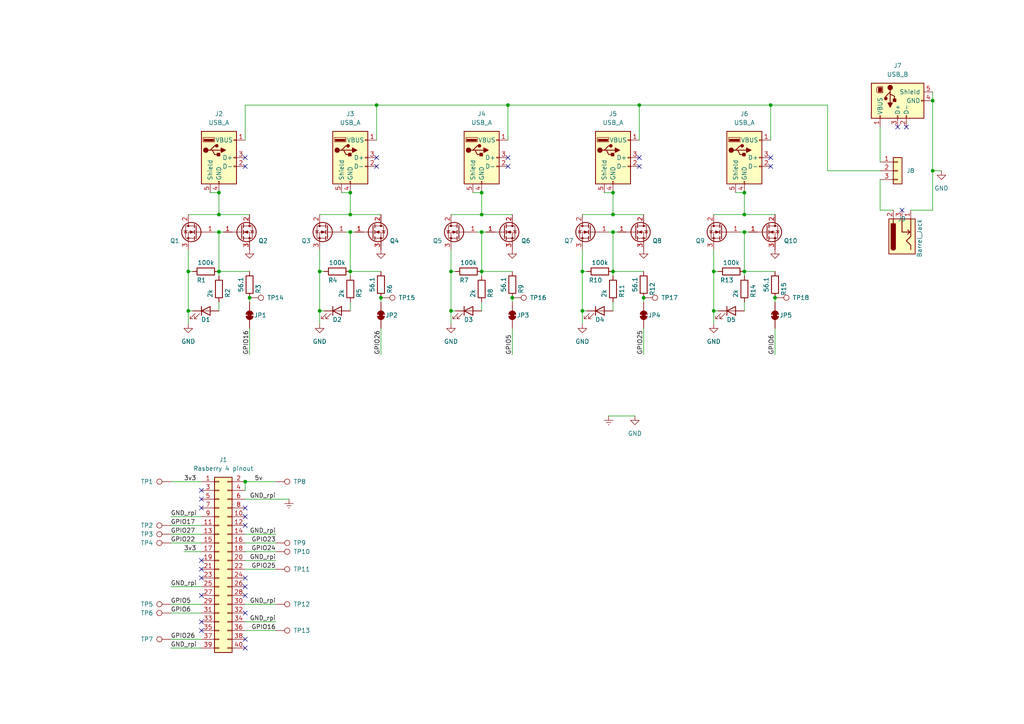
<source format=kicad_sch>
(kicad_sch (version 20211123) (generator eeschema)

  (uuid 8a7380d9-86b6-42e2-9755-220b30697f88)

  (paper "A4")

  (title_block
    (title "RPi USB/GPIO Activador")
    (company "felipe.heuer@gmail.com")
  )

  (lib_symbols
    (symbol "Connector:Barrel_Jack_Switch" (pin_names hide) (in_bom yes) (on_board yes)
      (property "Reference" "J9" (id 0) (at 5.08 1.2701 90)
        (effects (font (size 1.27 1.27)) (justify right))
      )
      (property "Value" "Barrel_Jack" (id 1) (at 5.08 -5.08 0)
        (effects (font (size 1.27 1.27)) (justify right))
      )
      (property "Footprint" "Connector_PinHeader_2.54mm:PinHeader_1x03_P2.54mm_Vertical" (id 2) (at 1.016 1.27 0)
        (effects (font (size 1.27 1.27)) hide)
      )
      (property "Datasheet" "~" (id 3) (at 1.016 1.27 0)
        (effects (font (size 1.27 1.27)) hide)
      )
      (property "ki_keywords" "DC power barrel jack connector" (id 4) (at 0 0 0)
        (effects (font (size 1.27 1.27)) hide)
      )
      (property "ki_description" "DC Barrel Jack with an internal switch" (id 5) (at 0 0 0)
        (effects (font (size 1.27 1.27)) hide)
      )
      (property "ki_fp_filters" "BarrelJack*" (id 6) (at 0 0 0)
        (effects (font (size 1.27 1.27)) hide)
      )
      (symbol "Barrel_Jack_Switch_0_1"
        (rectangle (start -5.08 3.81) (end 5.08 -3.81)
          (stroke (width 0.254) (type default) (color 0 0 0 0))
          (fill (type background))
        )
        (arc (start -3.302 3.175) (mid -3.937 2.54) (end -3.302 1.905)
          (stroke (width 0.254) (type default) (color 0 0 0 0))
          (fill (type none))
        )
        (arc (start -3.302 3.175) (mid -3.937 2.54) (end -3.302 1.905)
          (stroke (width 0.254) (type default) (color 0 0 0 0))
          (fill (type outline))
        )
        (polyline
          (pts
            (xy 1.27 -2.286)
            (xy 1.905 -1.651)
          )
          (stroke (width 0.254) (type default) (color 0 0 0 0))
          (fill (type none))
        )
        (polyline
          (pts
            (xy 5.08 2.54)
            (xy 3.81 2.54)
          )
          (stroke (width 0.254) (type default) (color 0 0 0 0))
          (fill (type none))
        )
        (polyline
          (pts
            (xy 5.08 0)
            (xy 1.27 0)
            (xy 1.27 -2.286)
            (xy 0.635 -1.651)
          )
          (stroke (width 0.254) (type default) (color 0 0 0 0))
          (fill (type none))
        )
        (polyline
          (pts
            (xy -3.81 -2.54)
            (xy -2.54 -2.54)
            (xy -1.27 -1.27)
            (xy 0 -2.54)
            (xy 2.54 -2.54)
            (xy 5.08 -2.54)
          )
          (stroke (width 0.254) (type default) (color 0 0 0 0))
          (fill (type none))
        )
        (rectangle (start 3.683 3.175) (end -3.302 1.905)
          (stroke (width 0.254) (type default) (color 0 0 0 0))
          (fill (type outline))
        )
      )
      (symbol "Barrel_Jack_Switch_1_1"
        (pin passive line (at 7.62 -2.54 180) (length 2.54)
          (name "~" (effects (font (size 1.27 1.27))))
          (number "1" (effects (font (size 1.27 1.27))))
        )
        (pin passive line (at 7.62 2.54 180) (length 2.54)
          (name "~" (effects (font (size 1.27 1.27))))
          (number "2" (effects (font (size 1.27 1.27))))
        )
        (pin passive line (at 7.62 0 180) (length 2.54)
          (name "~" (effects (font (size 1.27 1.27))))
          (number "3" (effects (font (size 1.27 1.27))))
        )
      )
    )
    (symbol "Connector:TestPoint" (pin_numbers hide) (pin_names (offset 0.762) hide) (in_bom yes) (on_board yes)
      (property "Reference" "TP" (id 0) (at 0 6.858 0)
        (effects (font (size 1.27 1.27)))
      )
      (property "Value" "TestPoint" (id 1) (at 0 5.08 0)
        (effects (font (size 1.27 1.27)))
      )
      (property "Footprint" "" (id 2) (at 5.08 0 0)
        (effects (font (size 1.27 1.27)) hide)
      )
      (property "Datasheet" "~" (id 3) (at 5.08 0 0)
        (effects (font (size 1.27 1.27)) hide)
      )
      (property "ki_keywords" "test point tp" (id 4) (at 0 0 0)
        (effects (font (size 1.27 1.27)) hide)
      )
      (property "ki_description" "test point" (id 5) (at 0 0 0)
        (effects (font (size 1.27 1.27)) hide)
      )
      (property "ki_fp_filters" "Pin* Test*" (id 6) (at 0 0 0)
        (effects (font (size 1.27 1.27)) hide)
      )
      (symbol "TestPoint_0_1"
        (circle (center 0 3.302) (radius 0.762)
          (stroke (width 0) (type default) (color 0 0 0 0))
          (fill (type none))
        )
      )
      (symbol "TestPoint_1_1"
        (pin passive line (at 0 0 90) (length 2.54)
          (name "1" (effects (font (size 1.27 1.27))))
          (number "1" (effects (font (size 1.27 1.27))))
        )
      )
    )
    (symbol "Connector:USB_A" (pin_names (offset 1.016)) (in_bom yes) (on_board yes)
      (property "Reference" "J" (id 0) (at -5.08 11.43 0)
        (effects (font (size 1.27 1.27)) (justify left))
      )
      (property "Value" "USB_A" (id 1) (at -5.08 8.89 0)
        (effects (font (size 1.27 1.27)) (justify left))
      )
      (property "Footprint" "" (id 2) (at 3.81 -1.27 0)
        (effects (font (size 1.27 1.27)) hide)
      )
      (property "Datasheet" " ~" (id 3) (at 3.81 -1.27 0)
        (effects (font (size 1.27 1.27)) hide)
      )
      (property "ki_keywords" "connector USB" (id 4) (at 0 0 0)
        (effects (font (size 1.27 1.27)) hide)
      )
      (property "ki_description" "USB Type A connector" (id 5) (at 0 0 0)
        (effects (font (size 1.27 1.27)) hide)
      )
      (property "ki_fp_filters" "USB*" (id 6) (at 0 0 0)
        (effects (font (size 1.27 1.27)) hide)
      )
      (symbol "USB_A_0_1"
        (rectangle (start -5.08 -7.62) (end 5.08 7.62)
          (stroke (width 0.254) (type default) (color 0 0 0 0))
          (fill (type background))
        )
        (circle (center -3.81 2.159) (radius 0.635)
          (stroke (width 0.254) (type default) (color 0 0 0 0))
          (fill (type outline))
        )
        (rectangle (start -1.524 4.826) (end -4.318 5.334)
          (stroke (width 0) (type default) (color 0 0 0 0))
          (fill (type outline))
        )
        (rectangle (start -1.27 4.572) (end -4.572 5.842)
          (stroke (width 0) (type default) (color 0 0 0 0))
          (fill (type none))
        )
        (circle (center -0.635 3.429) (radius 0.381)
          (stroke (width 0.254) (type default) (color 0 0 0 0))
          (fill (type outline))
        )
        (rectangle (start -0.127 -7.62) (end 0.127 -6.858)
          (stroke (width 0) (type default) (color 0 0 0 0))
          (fill (type none))
        )
        (polyline
          (pts
            (xy -3.175 2.159)
            (xy -2.54 2.159)
            (xy -1.27 3.429)
            (xy -0.635 3.429)
          )
          (stroke (width 0.254) (type default) (color 0 0 0 0))
          (fill (type none))
        )
        (polyline
          (pts
            (xy -2.54 2.159)
            (xy -1.905 2.159)
            (xy -1.27 0.889)
            (xy 0 0.889)
          )
          (stroke (width 0.254) (type default) (color 0 0 0 0))
          (fill (type none))
        )
        (polyline
          (pts
            (xy 0.635 2.794)
            (xy 0.635 1.524)
            (xy 1.905 2.159)
            (xy 0.635 2.794)
          )
          (stroke (width 0.254) (type default) (color 0 0 0 0))
          (fill (type outline))
        )
        (rectangle (start 0.254 1.27) (end -0.508 0.508)
          (stroke (width 0.254) (type default) (color 0 0 0 0))
          (fill (type outline))
        )
        (rectangle (start 5.08 -2.667) (end 4.318 -2.413)
          (stroke (width 0) (type default) (color 0 0 0 0))
          (fill (type none))
        )
        (rectangle (start 5.08 -0.127) (end 4.318 0.127)
          (stroke (width 0) (type default) (color 0 0 0 0))
          (fill (type none))
        )
        (rectangle (start 5.08 4.953) (end 4.318 5.207)
          (stroke (width 0) (type default) (color 0 0 0 0))
          (fill (type none))
        )
      )
      (symbol "USB_A_1_1"
        (polyline
          (pts
            (xy -1.905 2.159)
            (xy 0.635 2.159)
          )
          (stroke (width 0.254) (type default) (color 0 0 0 0))
          (fill (type none))
        )
        (pin power_in line (at 7.62 5.08 180) (length 2.54)
          (name "VBUS" (effects (font (size 1.27 1.27))))
          (number "1" (effects (font (size 1.27 1.27))))
        )
        (pin bidirectional line (at 7.62 -2.54 180) (length 2.54)
          (name "D-" (effects (font (size 1.27 1.27))))
          (number "2" (effects (font (size 1.27 1.27))))
        )
        (pin bidirectional line (at 7.62 0 180) (length 2.54)
          (name "D+" (effects (font (size 1.27 1.27))))
          (number "3" (effects (font (size 1.27 1.27))))
        )
        (pin power_in line (at 0 -10.16 90) (length 2.54)
          (name "GND" (effects (font (size 1.27 1.27))))
          (number "4" (effects (font (size 1.27 1.27))))
        )
        (pin passive line (at -2.54 -10.16 90) (length 2.54)
          (name "Shield" (effects (font (size 1.27 1.27))))
          (number "5" (effects (font (size 1.27 1.27))))
        )
      )
    )
    (symbol "Connector:USB_B" (pin_names (offset 1.016)) (in_bom yes) (on_board yes)
      (property "Reference" "J" (id 0) (at -5.08 11.43 0)
        (effects (font (size 1.27 1.27)) (justify left))
      )
      (property "Value" "USB_B" (id 1) (at -5.08 8.89 0)
        (effects (font (size 1.27 1.27)) (justify left))
      )
      (property "Footprint" "" (id 2) (at 3.81 -1.27 0)
        (effects (font (size 1.27 1.27)) hide)
      )
      (property "Datasheet" " ~" (id 3) (at 3.81 -1.27 0)
        (effects (font (size 1.27 1.27)) hide)
      )
      (property "ki_keywords" "connector USB" (id 4) (at 0 0 0)
        (effects (font (size 1.27 1.27)) hide)
      )
      (property "ki_description" "USB Type B connector" (id 5) (at 0 0 0)
        (effects (font (size 1.27 1.27)) hide)
      )
      (property "ki_fp_filters" "USB*" (id 6) (at 0 0 0)
        (effects (font (size 1.27 1.27)) hide)
      )
      (symbol "USB_B_0_1"
        (rectangle (start -5.08 -7.62) (end 5.08 7.62)
          (stroke (width 0.254) (type default) (color 0 0 0 0))
          (fill (type background))
        )
        (circle (center -3.81 2.159) (radius 0.635)
          (stroke (width 0.254) (type default) (color 0 0 0 0))
          (fill (type outline))
        )
        (rectangle (start -3.81 5.588) (end -2.54 4.572)
          (stroke (width 0) (type default) (color 0 0 0 0))
          (fill (type outline))
        )
        (circle (center -0.635 3.429) (radius 0.381)
          (stroke (width 0.254) (type default) (color 0 0 0 0))
          (fill (type outline))
        )
        (rectangle (start -0.127 -7.62) (end 0.127 -6.858)
          (stroke (width 0) (type default) (color 0 0 0 0))
          (fill (type none))
        )
        (polyline
          (pts
            (xy -1.905 2.159)
            (xy 0.635 2.159)
          )
          (stroke (width 0.254) (type default) (color 0 0 0 0))
          (fill (type none))
        )
        (polyline
          (pts
            (xy -3.175 2.159)
            (xy -2.54 2.159)
            (xy -1.27 3.429)
            (xy -0.635 3.429)
          )
          (stroke (width 0.254) (type default) (color 0 0 0 0))
          (fill (type none))
        )
        (polyline
          (pts
            (xy -2.54 2.159)
            (xy -1.905 2.159)
            (xy -1.27 0.889)
            (xy 0 0.889)
          )
          (stroke (width 0.254) (type default) (color 0 0 0 0))
          (fill (type none))
        )
        (polyline
          (pts
            (xy 0.635 2.794)
            (xy 0.635 1.524)
            (xy 1.905 2.159)
            (xy 0.635 2.794)
          )
          (stroke (width 0.254) (type default) (color 0 0 0 0))
          (fill (type outline))
        )
        (polyline
          (pts
            (xy -4.064 4.318)
            (xy -2.286 4.318)
            (xy -2.286 5.715)
            (xy -2.667 6.096)
            (xy -3.683 6.096)
            (xy -4.064 5.715)
            (xy -4.064 4.318)
          )
          (stroke (width 0) (type default) (color 0 0 0 0))
          (fill (type none))
        )
        (rectangle (start 0.254 1.27) (end -0.508 0.508)
          (stroke (width 0.254) (type default) (color 0 0 0 0))
          (fill (type outline))
        )
        (rectangle (start 5.08 -2.667) (end 4.318 -2.413)
          (stroke (width 0) (type default) (color 0 0 0 0))
          (fill (type none))
        )
        (rectangle (start 5.08 -0.127) (end 4.318 0.127)
          (stroke (width 0) (type default) (color 0 0 0 0))
          (fill (type none))
        )
        (rectangle (start 5.08 4.953) (end 4.318 5.207)
          (stroke (width 0) (type default) (color 0 0 0 0))
          (fill (type none))
        )
      )
      (symbol "USB_B_1_1"
        (pin power_out line (at 7.62 5.08 180) (length 2.54)
          (name "VBUS" (effects (font (size 1.27 1.27))))
          (number "1" (effects (font (size 1.27 1.27))))
        )
        (pin bidirectional line (at 7.62 -2.54 180) (length 2.54)
          (name "D-" (effects (font (size 1.27 1.27))))
          (number "2" (effects (font (size 1.27 1.27))))
        )
        (pin bidirectional line (at 7.62 0 180) (length 2.54)
          (name "D+" (effects (font (size 1.27 1.27))))
          (number "3" (effects (font (size 1.27 1.27))))
        )
        (pin power_out line (at 0 -10.16 90) (length 2.54)
          (name "GND" (effects (font (size 1.27 1.27))))
          (number "4" (effects (font (size 1.27 1.27))))
        )
        (pin passive line (at -2.54 -10.16 90) (length 2.54)
          (name "Shield" (effects (font (size 1.27 1.27))))
          (number "5" (effects (font (size 1.27 1.27))))
        )
      )
    )
    (symbol "Connector_Generic:Conn_01x03" (pin_names (offset 1.016) hide) (in_bom yes) (on_board yes)
      (property "Reference" "J" (id 0) (at 0 5.08 0)
        (effects (font (size 1.27 1.27)))
      )
      (property "Value" "Conn_01x03" (id 1) (at 0 -5.08 0)
        (effects (font (size 1.27 1.27)))
      )
      (property "Footprint" "" (id 2) (at 0 0 0)
        (effects (font (size 1.27 1.27)) hide)
      )
      (property "Datasheet" "~" (id 3) (at 0 0 0)
        (effects (font (size 1.27 1.27)) hide)
      )
      (property "ki_keywords" "connector" (id 4) (at 0 0 0)
        (effects (font (size 1.27 1.27)) hide)
      )
      (property "ki_description" "Generic connector, single row, 01x03, script generated (kicad-library-utils/schlib/autogen/connector/)" (id 5) (at 0 0 0)
        (effects (font (size 1.27 1.27)) hide)
      )
      (property "ki_fp_filters" "Connector*:*_1x??_*" (id 6) (at 0 0 0)
        (effects (font (size 1.27 1.27)) hide)
      )
      (symbol "Conn_01x03_1_1"
        (rectangle (start -1.27 -2.413) (end 0 -2.667)
          (stroke (width 0.1524) (type default) (color 0 0 0 0))
          (fill (type none))
        )
        (rectangle (start -1.27 0.127) (end 0 -0.127)
          (stroke (width 0.1524) (type default) (color 0 0 0 0))
          (fill (type none))
        )
        (rectangle (start -1.27 2.667) (end 0 2.413)
          (stroke (width 0.1524) (type default) (color 0 0 0 0))
          (fill (type none))
        )
        (rectangle (start -1.27 3.81) (end 1.27 -3.81)
          (stroke (width 0.254) (type default) (color 0 0 0 0))
          (fill (type background))
        )
        (pin passive line (at -5.08 2.54 0) (length 3.81)
          (name "Pin_1" (effects (font (size 1.27 1.27))))
          (number "1" (effects (font (size 1.27 1.27))))
        )
        (pin passive line (at -5.08 0 0) (length 3.81)
          (name "Pin_2" (effects (font (size 1.27 1.27))))
          (number "2" (effects (font (size 1.27 1.27))))
        )
        (pin passive line (at -5.08 -2.54 0) (length 3.81)
          (name "Pin_3" (effects (font (size 1.27 1.27))))
          (number "3" (effects (font (size 1.27 1.27))))
        )
      )
    )
    (symbol "Connector_Generic:Conn_02x20_Odd_Even" (pin_names (offset 1.016) hide) (in_bom yes) (on_board yes)
      (property "Reference" "J" (id 0) (at 1.27 25.4 0)
        (effects (font (size 1.27 1.27)))
      )
      (property "Value" "Conn_02x20_Odd_Even" (id 1) (at 1.27 -27.94 0)
        (effects (font (size 1.27 1.27)))
      )
      (property "Footprint" "" (id 2) (at 0 0 0)
        (effects (font (size 1.27 1.27)) hide)
      )
      (property "Datasheet" "~" (id 3) (at 0 0 0)
        (effects (font (size 1.27 1.27)) hide)
      )
      (property "ki_keywords" "connector" (id 4) (at 0 0 0)
        (effects (font (size 1.27 1.27)) hide)
      )
      (property "ki_description" "Generic connector, double row, 02x20, odd/even pin numbering scheme (row 1 odd numbers, row 2 even numbers), script generated (kicad-library-utils/schlib/autogen/connector/)" (id 5) (at 0 0 0)
        (effects (font (size 1.27 1.27)) hide)
      )
      (property "ki_fp_filters" "Connector*:*_2x??_*" (id 6) (at 0 0 0)
        (effects (font (size 1.27 1.27)) hide)
      )
      (symbol "Conn_02x20_Odd_Even_1_1"
        (rectangle (start -1.27 -25.273) (end 0 -25.527)
          (stroke (width 0.1524) (type default) (color 0 0 0 0))
          (fill (type none))
        )
        (rectangle (start -1.27 -22.733) (end 0 -22.987)
          (stroke (width 0.1524) (type default) (color 0 0 0 0))
          (fill (type none))
        )
        (rectangle (start -1.27 -20.193) (end 0 -20.447)
          (stroke (width 0.1524) (type default) (color 0 0 0 0))
          (fill (type none))
        )
        (rectangle (start -1.27 -17.653) (end 0 -17.907)
          (stroke (width 0.1524) (type default) (color 0 0 0 0))
          (fill (type none))
        )
        (rectangle (start -1.27 -15.113) (end 0 -15.367)
          (stroke (width 0.1524) (type default) (color 0 0 0 0))
          (fill (type none))
        )
        (rectangle (start -1.27 -12.573) (end 0 -12.827)
          (stroke (width 0.1524) (type default) (color 0 0 0 0))
          (fill (type none))
        )
        (rectangle (start -1.27 -10.033) (end 0 -10.287)
          (stroke (width 0.1524) (type default) (color 0 0 0 0))
          (fill (type none))
        )
        (rectangle (start -1.27 -7.493) (end 0 -7.747)
          (stroke (width 0.1524) (type default) (color 0 0 0 0))
          (fill (type none))
        )
        (rectangle (start -1.27 -4.953) (end 0 -5.207)
          (stroke (width 0.1524) (type default) (color 0 0 0 0))
          (fill (type none))
        )
        (rectangle (start -1.27 -2.413) (end 0 -2.667)
          (stroke (width 0.1524) (type default) (color 0 0 0 0))
          (fill (type none))
        )
        (rectangle (start -1.27 0.127) (end 0 -0.127)
          (stroke (width 0.1524) (type default) (color 0 0 0 0))
          (fill (type none))
        )
        (rectangle (start -1.27 2.667) (end 0 2.413)
          (stroke (width 0.1524) (type default) (color 0 0 0 0))
          (fill (type none))
        )
        (rectangle (start -1.27 5.207) (end 0 4.953)
          (stroke (width 0.1524) (type default) (color 0 0 0 0))
          (fill (type none))
        )
        (rectangle (start -1.27 7.747) (end 0 7.493)
          (stroke (width 0.1524) (type default) (color 0 0 0 0))
          (fill (type none))
        )
        (rectangle (start -1.27 10.287) (end 0 10.033)
          (stroke (width 0.1524) (type default) (color 0 0 0 0))
          (fill (type none))
        )
        (rectangle (start -1.27 12.827) (end 0 12.573)
          (stroke (width 0.1524) (type default) (color 0 0 0 0))
          (fill (type none))
        )
        (rectangle (start -1.27 15.367) (end 0 15.113)
          (stroke (width 0.1524) (type default) (color 0 0 0 0))
          (fill (type none))
        )
        (rectangle (start -1.27 17.907) (end 0 17.653)
          (stroke (width 0.1524) (type default) (color 0 0 0 0))
          (fill (type none))
        )
        (rectangle (start -1.27 20.447) (end 0 20.193)
          (stroke (width 0.1524) (type default) (color 0 0 0 0))
          (fill (type none))
        )
        (rectangle (start -1.27 22.987) (end 0 22.733)
          (stroke (width 0.1524) (type default) (color 0 0 0 0))
          (fill (type none))
        )
        (rectangle (start -1.27 24.13) (end 3.81 -26.67)
          (stroke (width 0.254) (type default) (color 0 0 0 0))
          (fill (type background))
        )
        (rectangle (start 3.81 -25.273) (end 2.54 -25.527)
          (stroke (width 0.1524) (type default) (color 0 0 0 0))
          (fill (type none))
        )
        (rectangle (start 3.81 -22.733) (end 2.54 -22.987)
          (stroke (width 0.1524) (type default) (color 0 0 0 0))
          (fill (type none))
        )
        (rectangle (start 3.81 -20.193) (end 2.54 -20.447)
          (stroke (width 0.1524) (type default) (color 0 0 0 0))
          (fill (type none))
        )
        (rectangle (start 3.81 -17.653) (end 2.54 -17.907)
          (stroke (width 0.1524) (type default) (color 0 0 0 0))
          (fill (type none))
        )
        (rectangle (start 3.81 -15.113) (end 2.54 -15.367)
          (stroke (width 0.1524) (type default) (color 0 0 0 0))
          (fill (type none))
        )
        (rectangle (start 3.81 -12.573) (end 2.54 -12.827)
          (stroke (width 0.1524) (type default) (color 0 0 0 0))
          (fill (type none))
        )
        (rectangle (start 3.81 -10.033) (end 2.54 -10.287)
          (stroke (width 0.1524) (type default) (color 0 0 0 0))
          (fill (type none))
        )
        (rectangle (start 3.81 -7.493) (end 2.54 -7.747)
          (stroke (width 0.1524) (type default) (color 0 0 0 0))
          (fill (type none))
        )
        (rectangle (start 3.81 -4.953) (end 2.54 -5.207)
          (stroke (width 0.1524) (type default) (color 0 0 0 0))
          (fill (type none))
        )
        (rectangle (start 3.81 -2.413) (end 2.54 -2.667)
          (stroke (width 0.1524) (type default) (color 0 0 0 0))
          (fill (type none))
        )
        (rectangle (start 3.81 0.127) (end 2.54 -0.127)
          (stroke (width 0.1524) (type default) (color 0 0 0 0))
          (fill (type none))
        )
        (rectangle (start 3.81 2.667) (end 2.54 2.413)
          (stroke (width 0.1524) (type default) (color 0 0 0 0))
          (fill (type none))
        )
        (rectangle (start 3.81 5.207) (end 2.54 4.953)
          (stroke (width 0.1524) (type default) (color 0 0 0 0))
          (fill (type none))
        )
        (rectangle (start 3.81 7.747) (end 2.54 7.493)
          (stroke (width 0.1524) (type default) (color 0 0 0 0))
          (fill (type none))
        )
        (rectangle (start 3.81 10.287) (end 2.54 10.033)
          (stroke (width 0.1524) (type default) (color 0 0 0 0))
          (fill (type none))
        )
        (rectangle (start 3.81 12.827) (end 2.54 12.573)
          (stroke (width 0.1524) (type default) (color 0 0 0 0))
          (fill (type none))
        )
        (rectangle (start 3.81 15.367) (end 2.54 15.113)
          (stroke (width 0.1524) (type default) (color 0 0 0 0))
          (fill (type none))
        )
        (rectangle (start 3.81 17.907) (end 2.54 17.653)
          (stroke (width 0.1524) (type default) (color 0 0 0 0))
          (fill (type none))
        )
        (rectangle (start 3.81 20.447) (end 2.54 20.193)
          (stroke (width 0.1524) (type default) (color 0 0 0 0))
          (fill (type none))
        )
        (rectangle (start 3.81 22.987) (end 2.54 22.733)
          (stroke (width 0.1524) (type default) (color 0 0 0 0))
          (fill (type none))
        )
        (pin passive line (at -5.08 22.86 0) (length 3.81)
          (name "Pin_1" (effects (font (size 1.27 1.27))))
          (number "1" (effects (font (size 1.27 1.27))))
        )
        (pin passive line (at 7.62 12.7 180) (length 3.81)
          (name "Pin_10" (effects (font (size 1.27 1.27))))
          (number "10" (effects (font (size 1.27 1.27))))
        )
        (pin passive line (at -5.08 10.16 0) (length 3.81)
          (name "Pin_11" (effects (font (size 1.27 1.27))))
          (number "11" (effects (font (size 1.27 1.27))))
        )
        (pin passive line (at 7.62 10.16 180) (length 3.81)
          (name "Pin_12" (effects (font (size 1.27 1.27))))
          (number "12" (effects (font (size 1.27 1.27))))
        )
        (pin passive line (at -5.08 7.62 0) (length 3.81)
          (name "Pin_13" (effects (font (size 1.27 1.27))))
          (number "13" (effects (font (size 1.27 1.27))))
        )
        (pin passive line (at 7.62 7.62 180) (length 3.81)
          (name "Pin_14" (effects (font (size 1.27 1.27))))
          (number "14" (effects (font (size 1.27 1.27))))
        )
        (pin passive line (at -5.08 5.08 0) (length 3.81)
          (name "Pin_15" (effects (font (size 1.27 1.27))))
          (number "15" (effects (font (size 1.27 1.27))))
        )
        (pin passive line (at 7.62 5.08 180) (length 3.81)
          (name "Pin_16" (effects (font (size 1.27 1.27))))
          (number "16" (effects (font (size 1.27 1.27))))
        )
        (pin passive line (at -5.08 2.54 0) (length 3.81)
          (name "Pin_17" (effects (font (size 1.27 1.27))))
          (number "17" (effects (font (size 1.27 1.27))))
        )
        (pin passive line (at 7.62 2.54 180) (length 3.81)
          (name "Pin_18" (effects (font (size 1.27 1.27))))
          (number "18" (effects (font (size 1.27 1.27))))
        )
        (pin passive line (at -5.08 0 0) (length 3.81)
          (name "Pin_19" (effects (font (size 1.27 1.27))))
          (number "19" (effects (font (size 1.27 1.27))))
        )
        (pin passive line (at 7.62 22.86 180) (length 3.81)
          (name "Pin_2" (effects (font (size 1.27 1.27))))
          (number "2" (effects (font (size 1.27 1.27))))
        )
        (pin passive line (at 7.62 0 180) (length 3.81)
          (name "Pin_20" (effects (font (size 1.27 1.27))))
          (number "20" (effects (font (size 1.27 1.27))))
        )
        (pin passive line (at -5.08 -2.54 0) (length 3.81)
          (name "Pin_21" (effects (font (size 1.27 1.27))))
          (number "21" (effects (font (size 1.27 1.27))))
        )
        (pin passive line (at 7.62 -2.54 180) (length 3.81)
          (name "Pin_22" (effects (font (size 1.27 1.27))))
          (number "22" (effects (font (size 1.27 1.27))))
        )
        (pin passive line (at -5.08 -5.08 0) (length 3.81)
          (name "Pin_23" (effects (font (size 1.27 1.27))))
          (number "23" (effects (font (size 1.27 1.27))))
        )
        (pin passive line (at 7.62 -5.08 180) (length 3.81)
          (name "Pin_24" (effects (font (size 1.27 1.27))))
          (number "24" (effects (font (size 1.27 1.27))))
        )
        (pin passive line (at -5.08 -7.62 0) (length 3.81)
          (name "Pin_25" (effects (font (size 1.27 1.27))))
          (number "25" (effects (font (size 1.27 1.27))))
        )
        (pin passive line (at 7.62 -7.62 180) (length 3.81)
          (name "Pin_26" (effects (font (size 1.27 1.27))))
          (number "26" (effects (font (size 1.27 1.27))))
        )
        (pin passive line (at -5.08 -10.16 0) (length 3.81)
          (name "Pin_27" (effects (font (size 1.27 1.27))))
          (number "27" (effects (font (size 1.27 1.27))))
        )
        (pin passive line (at 7.62 -10.16 180) (length 3.81)
          (name "Pin_28" (effects (font (size 1.27 1.27))))
          (number "28" (effects (font (size 1.27 1.27))))
        )
        (pin passive line (at -5.08 -12.7 0) (length 3.81)
          (name "Pin_29" (effects (font (size 1.27 1.27))))
          (number "29" (effects (font (size 1.27 1.27))))
        )
        (pin passive line (at -5.08 20.32 0) (length 3.81)
          (name "Pin_3" (effects (font (size 1.27 1.27))))
          (number "3" (effects (font (size 1.27 1.27))))
        )
        (pin passive line (at 7.62 -12.7 180) (length 3.81)
          (name "Pin_30" (effects (font (size 1.27 1.27))))
          (number "30" (effects (font (size 1.27 1.27))))
        )
        (pin passive line (at -5.08 -15.24 0) (length 3.81)
          (name "Pin_31" (effects (font (size 1.27 1.27))))
          (number "31" (effects (font (size 1.27 1.27))))
        )
        (pin passive line (at 7.62 -15.24 180) (length 3.81)
          (name "Pin_32" (effects (font (size 1.27 1.27))))
          (number "32" (effects (font (size 1.27 1.27))))
        )
        (pin passive line (at -5.08 -17.78 0) (length 3.81)
          (name "Pin_33" (effects (font (size 1.27 1.27))))
          (number "33" (effects (font (size 1.27 1.27))))
        )
        (pin passive line (at 7.62 -17.78 180) (length 3.81)
          (name "Pin_34" (effects (font (size 1.27 1.27))))
          (number "34" (effects (font (size 1.27 1.27))))
        )
        (pin passive line (at -5.08 -20.32 0) (length 3.81)
          (name "Pin_35" (effects (font (size 1.27 1.27))))
          (number "35" (effects (font (size 1.27 1.27))))
        )
        (pin passive line (at 7.62 -20.32 180) (length 3.81)
          (name "Pin_36" (effects (font (size 1.27 1.27))))
          (number "36" (effects (font (size 1.27 1.27))))
        )
        (pin passive line (at -5.08 -22.86 0) (length 3.81)
          (name "Pin_37" (effects (font (size 1.27 1.27))))
          (number "37" (effects (font (size 1.27 1.27))))
        )
        (pin passive line (at 7.62 -22.86 180) (length 3.81)
          (name "Pin_38" (effects (font (size 1.27 1.27))))
          (number "38" (effects (font (size 1.27 1.27))))
        )
        (pin passive line (at -5.08 -25.4 0) (length 3.81)
          (name "Pin_39" (effects (font (size 1.27 1.27))))
          (number "39" (effects (font (size 1.27 1.27))))
        )
        (pin passive line (at 7.62 20.32 180) (length 3.81)
          (name "Pin_4" (effects (font (size 1.27 1.27))))
          (number "4" (effects (font (size 1.27 1.27))))
        )
        (pin passive line (at 7.62 -25.4 180) (length 3.81)
          (name "Pin_40" (effects (font (size 1.27 1.27))))
          (number "40" (effects (font (size 1.27 1.27))))
        )
        (pin passive line (at -5.08 17.78 0) (length 3.81)
          (name "Pin_5" (effects (font (size 1.27 1.27))))
          (number "5" (effects (font (size 1.27 1.27))))
        )
        (pin passive line (at 7.62 17.78 180) (length 3.81)
          (name "Pin_6" (effects (font (size 1.27 1.27))))
          (number "6" (effects (font (size 1.27 1.27))))
        )
        (pin passive line (at -5.08 15.24 0) (length 3.81)
          (name "Pin_7" (effects (font (size 1.27 1.27))))
          (number "7" (effects (font (size 1.27 1.27))))
        )
        (pin passive line (at 7.62 15.24 180) (length 3.81)
          (name "Pin_8" (effects (font (size 1.27 1.27))))
          (number "8" (effects (font (size 1.27 1.27))))
        )
        (pin passive line (at -5.08 12.7 0) (length 3.81)
          (name "Pin_9" (effects (font (size 1.27 1.27))))
          (number "9" (effects (font (size 1.27 1.27))))
        )
      )
    )
    (symbol "Device:LED" (pin_numbers hide) (pin_names (offset 1.016) hide) (in_bom yes) (on_board yes)
      (property "Reference" "D" (id 0) (at 0 2.54 0)
        (effects (font (size 1.27 1.27)))
      )
      (property "Value" "LED" (id 1) (at 0 -2.54 0)
        (effects (font (size 1.27 1.27)))
      )
      (property "Footprint" "" (id 2) (at 0 0 0)
        (effects (font (size 1.27 1.27)) hide)
      )
      (property "Datasheet" "~" (id 3) (at 0 0 0)
        (effects (font (size 1.27 1.27)) hide)
      )
      (property "ki_keywords" "LED diode" (id 4) (at 0 0 0)
        (effects (font (size 1.27 1.27)) hide)
      )
      (property "ki_description" "Light emitting diode" (id 5) (at 0 0 0)
        (effects (font (size 1.27 1.27)) hide)
      )
      (property "ki_fp_filters" "LED* LED_SMD:* LED_THT:*" (id 6) (at 0 0 0)
        (effects (font (size 1.27 1.27)) hide)
      )
      (symbol "LED_0_1"
        (polyline
          (pts
            (xy -1.27 -1.27)
            (xy -1.27 1.27)
          )
          (stroke (width 0.254) (type default) (color 0 0 0 0))
          (fill (type none))
        )
        (polyline
          (pts
            (xy -1.27 0)
            (xy 1.27 0)
          )
          (stroke (width 0) (type default) (color 0 0 0 0))
          (fill (type none))
        )
        (polyline
          (pts
            (xy 1.27 -1.27)
            (xy 1.27 1.27)
            (xy -1.27 0)
            (xy 1.27 -1.27)
          )
          (stroke (width 0.254) (type default) (color 0 0 0 0))
          (fill (type none))
        )
        (polyline
          (pts
            (xy -3.048 -0.762)
            (xy -4.572 -2.286)
            (xy -3.81 -2.286)
            (xy -4.572 -2.286)
            (xy -4.572 -1.524)
          )
          (stroke (width 0) (type default) (color 0 0 0 0))
          (fill (type none))
        )
        (polyline
          (pts
            (xy -1.778 -0.762)
            (xy -3.302 -2.286)
            (xy -2.54 -2.286)
            (xy -3.302 -2.286)
            (xy -3.302 -1.524)
          )
          (stroke (width 0) (type default) (color 0 0 0 0))
          (fill (type none))
        )
      )
      (symbol "LED_1_1"
        (pin passive line (at -3.81 0 0) (length 2.54)
          (name "K" (effects (font (size 1.27 1.27))))
          (number "1" (effects (font (size 1.27 1.27))))
        )
        (pin passive line (at 3.81 0 180) (length 2.54)
          (name "A" (effects (font (size 1.27 1.27))))
          (number "2" (effects (font (size 1.27 1.27))))
        )
      )
    )
    (symbol "Device:R" (pin_numbers hide) (pin_names (offset 0)) (in_bom yes) (on_board yes)
      (property "Reference" "R" (id 0) (at 2.032 0 90)
        (effects (font (size 1.27 1.27)))
      )
      (property "Value" "R" (id 1) (at 0 0 90)
        (effects (font (size 1.27 1.27)))
      )
      (property "Footprint" "" (id 2) (at -1.778 0 90)
        (effects (font (size 1.27 1.27)) hide)
      )
      (property "Datasheet" "~" (id 3) (at 0 0 0)
        (effects (font (size 1.27 1.27)) hide)
      )
      (property "ki_keywords" "R res resistor" (id 4) (at 0 0 0)
        (effects (font (size 1.27 1.27)) hide)
      )
      (property "ki_description" "Resistor" (id 5) (at 0 0 0)
        (effects (font (size 1.27 1.27)) hide)
      )
      (property "ki_fp_filters" "R_*" (id 6) (at 0 0 0)
        (effects (font (size 1.27 1.27)) hide)
      )
      (symbol "R_0_1"
        (rectangle (start -1.016 -2.54) (end 1.016 2.54)
          (stroke (width 0.254) (type default) (color 0 0 0 0))
          (fill (type none))
        )
      )
      (symbol "R_1_1"
        (pin passive line (at 0 3.81 270) (length 1.27)
          (name "~" (effects (font (size 1.27 1.27))))
          (number "1" (effects (font (size 1.27 1.27))))
        )
        (pin passive line (at 0 -3.81 90) (length 1.27)
          (name "~" (effects (font (size 1.27 1.27))))
          (number "2" (effects (font (size 1.27 1.27))))
        )
      )
    )
    (symbol "SolderJumper_2_Bridged_1" (pin_numbers hide) (pin_names (offset 0) hide) (in_bom yes) (on_board yes)
      (property "Reference" "JP" (id 0) (at 0 2.032 0)
        (effects (font (size 1.27 1.27)))
      )
      (property "Value" "SolderJumper_2_Bridged_1" (id 1) (at 0 -2.54 0)
        (effects (font (size 1.27 1.27)))
      )
      (property "Footprint" "" (id 2) (at 0 0 0)
        (effects (font (size 1.27 1.27)) hide)
      )
      (property "Datasheet" "~" (id 3) (at 0 0 0)
        (effects (font (size 1.27 1.27)) hide)
      )
      (property "ki_keywords" "solder jumper SPST" (id 4) (at 0 0 0)
        (effects (font (size 1.27 1.27)) hide)
      )
      (property "ki_description" "Solder Jumper, 2-pole, closed/bridged" (id 5) (at 0 0 0)
        (effects (font (size 1.27 1.27)) hide)
      )
      (property "ki_fp_filters" "SolderJumper*Bridged*" (id 6) (at 0 0 0)
        (effects (font (size 1.27 1.27)) hide)
      )
      (symbol "SolderJumper_2_Bridged_1_0_1"
        (rectangle (start -0.508 0.508) (end 0.508 -0.508)
          (stroke (width 0) (type default) (color 0 0 0 0))
          (fill (type outline))
        )
        (arc (start -0.254 1.016) (mid -1.27 0) (end -0.254 -1.016)
          (stroke (width 0) (type default) (color 0 0 0 0))
          (fill (type none))
        )
        (arc (start -0.254 1.016) (mid -1.27 0) (end -0.254 -1.016)
          (stroke (width 0) (type default) (color 0 0 0 0))
          (fill (type outline))
        )
        (polyline
          (pts
            (xy -0.254 1.016)
            (xy -0.254 -1.016)
          )
          (stroke (width 0) (type default) (color 0 0 0 0))
          (fill (type none))
        )
        (polyline
          (pts
            (xy 0.254 1.016)
            (xy 0.254 -1.016)
          )
          (stroke (width 0) (type default) (color 0 0 0 0))
          (fill (type none))
        )
        (arc (start 0.254 -1.016) (mid 1.27 0) (end 0.254 1.016)
          (stroke (width 0) (type default) (color 0 0 0 0))
          (fill (type none))
        )
        (arc (start 0.254 -1.016) (mid 1.27 0) (end 0.254 1.016)
          (stroke (width 0) (type default) (color 0 0 0 0))
          (fill (type outline))
        )
      )
      (symbol "SolderJumper_2_Bridged_1_1_1"
        (pin passive line (at -3.81 0 0) (length 2.54)
          (name "A" (effects (font (size 1.27 1.27))))
          (number "1" (effects (font (size 1.27 1.27))))
        )
        (pin passive line (at 3.81 0 180) (length 2.54)
          (name "B" (effects (font (size 1.27 1.27))))
          (number "2" (effects (font (size 1.27 1.27))))
        )
      )
    )
    (symbol "Transistor_FET:IPD50R3K0CE" (pin_names hide) (in_bom yes) (on_board yes)
      (property "Reference" "Q" (id 0) (at 5.08 1.905 0)
        (effects (font (size 1.27 1.27)) (justify left))
      )
      (property "Value" "IPD50R3K0CE" (id 1) (at 5.08 0 0)
        (effects (font (size 1.27 1.27)) (justify left))
      )
      (property "Footprint" "Package_TO_SOT_SMD:TO-252-2" (id 2) (at 5.08 -1.905 0)
        (effects (font (size 1.27 1.27) italic) (justify left) hide)
      )
      (property "Datasheet" "https://www.infineon.com/dgdl/IPx50R3K0CE_2_0.pdf?folderId=db3a3043163797a6011637d4bae7003b&fileId=db3a304339dcf4b10139e7e9ff592ce4" (id 3) (at 0 0 0)
        (effects (font (size 1.27 1.27)) (justify left) hide)
      )
      (property "ki_keywords" "CoolMOS Power MOSFET N-MOS" (id 4) (at 0 0 0)
        (effects (font (size 1.27 1.27)) hide)
      )
      (property "ki_description" "1.7A Id, 500V Vds, CoolMOS N-Channel Power MOSFET, 3Ohm Ron, 4.3nC Qg (typ), TO-252-2" (id 5) (at 0 0 0)
        (effects (font (size 1.27 1.27)) hide)
      )
      (property "ki_fp_filters" "TO?252*" (id 6) (at 0 0 0)
        (effects (font (size 1.27 1.27)) hide)
      )
      (symbol "IPD50R3K0CE_0_1"
        (polyline
          (pts
            (xy 0.254 0)
            (xy -2.54 0)
          )
          (stroke (width 0) (type default) (color 0 0 0 0))
          (fill (type none))
        )
        (polyline
          (pts
            (xy 0.254 1.905)
            (xy 0.254 -1.905)
          )
          (stroke (width 0.254) (type default) (color 0 0 0 0))
          (fill (type none))
        )
        (polyline
          (pts
            (xy 0.762 -1.27)
            (xy 0.762 -2.286)
          )
          (stroke (width 0.254) (type default) (color 0 0 0 0))
          (fill (type none))
        )
        (polyline
          (pts
            (xy 0.762 0.508)
            (xy 0.762 -0.508)
          )
          (stroke (width 0.254) (type default) (color 0 0 0 0))
          (fill (type none))
        )
        (polyline
          (pts
            (xy 0.762 2.286)
            (xy 0.762 1.27)
          )
          (stroke (width 0.254) (type default) (color 0 0 0 0))
          (fill (type none))
        )
        (polyline
          (pts
            (xy 2.54 2.54)
            (xy 2.54 1.778)
          )
          (stroke (width 0) (type default) (color 0 0 0 0))
          (fill (type none))
        )
        (polyline
          (pts
            (xy 2.54 -2.54)
            (xy 2.54 0)
            (xy 0.762 0)
          )
          (stroke (width 0) (type default) (color 0 0 0 0))
          (fill (type none))
        )
        (polyline
          (pts
            (xy 0.762 -1.778)
            (xy 3.302 -1.778)
            (xy 3.302 1.778)
            (xy 0.762 1.778)
          )
          (stroke (width 0) (type default) (color 0 0 0 0))
          (fill (type none))
        )
        (polyline
          (pts
            (xy 1.016 0)
            (xy 2.032 0.381)
            (xy 2.032 -0.381)
            (xy 1.016 0)
          )
          (stroke (width 0) (type default) (color 0 0 0 0))
          (fill (type outline))
        )
        (polyline
          (pts
            (xy 2.794 0.508)
            (xy 2.921 0.381)
            (xy 3.683 0.381)
            (xy 3.81 0.254)
          )
          (stroke (width 0) (type default) (color 0 0 0 0))
          (fill (type none))
        )
        (polyline
          (pts
            (xy 3.302 0.381)
            (xy 2.921 -0.254)
            (xy 3.683 -0.254)
            (xy 3.302 0.381)
          )
          (stroke (width 0) (type default) (color 0 0 0 0))
          (fill (type none))
        )
        (circle (center 1.651 0) (radius 2.794)
          (stroke (width 0.254) (type default) (color 0 0 0 0))
          (fill (type none))
        )
        (circle (center 2.54 -1.778) (radius 0.254)
          (stroke (width 0) (type default) (color 0 0 0 0))
          (fill (type outline))
        )
        (circle (center 2.54 1.778) (radius 0.254)
          (stroke (width 0) (type default) (color 0 0 0 0))
          (fill (type outline))
        )
      )
      (symbol "IPD50R3K0CE_1_1"
        (pin input line (at -5.08 0 0) (length 2.54)
          (name "G" (effects (font (size 1.27 1.27))))
          (number "1" (effects (font (size 1.27 1.27))))
        )
        (pin passive line (at 2.54 5.08 270) (length 2.54)
          (name "D" (effects (font (size 1.27 1.27))))
          (number "2" (effects (font (size 1.27 1.27))))
        )
        (pin passive line (at 2.54 -5.08 90) (length 2.54)
          (name "S" (effects (font (size 1.27 1.27))))
          (number "3" (effects (font (size 1.27 1.27))))
        )
      )
    )
    (symbol "power:Earth" (power) (pin_names (offset 0)) (in_bom yes) (on_board yes)
      (property "Reference" "#PWR" (id 0) (at 0 -6.35 0)
        (effects (font (size 1.27 1.27)) hide)
      )
      (property "Value" "Earth" (id 1) (at 0 -3.81 0)
        (effects (font (size 1.27 1.27)) hide)
      )
      (property "Footprint" "" (id 2) (at 0 0 0)
        (effects (font (size 1.27 1.27)) hide)
      )
      (property "Datasheet" "~" (id 3) (at 0 0 0)
        (effects (font (size 1.27 1.27)) hide)
      )
      (property "ki_keywords" "power-flag ground gnd" (id 4) (at 0 0 0)
        (effects (font (size 1.27 1.27)) hide)
      )
      (property "ki_description" "Power symbol creates a global label with name \"Earth\"" (id 5) (at 0 0 0)
        (effects (font (size 1.27 1.27)) hide)
      )
      (symbol "Earth_0_1"
        (polyline
          (pts
            (xy -0.635 -1.905)
            (xy 0.635 -1.905)
          )
          (stroke (width 0) (type default) (color 0 0 0 0))
          (fill (type none))
        )
        (polyline
          (pts
            (xy -0.127 -2.54)
            (xy 0.127 -2.54)
          )
          (stroke (width 0) (type default) (color 0 0 0 0))
          (fill (type none))
        )
        (polyline
          (pts
            (xy 0 -1.27)
            (xy 0 0)
          )
          (stroke (width 0) (type default) (color 0 0 0 0))
          (fill (type none))
        )
        (polyline
          (pts
            (xy 1.27 -1.27)
            (xy -1.27 -1.27)
          )
          (stroke (width 0) (type default) (color 0 0 0 0))
          (fill (type none))
        )
      )
      (symbol "Earth_1_1"
        (pin power_in line (at 0 0 270) (length 0) hide
          (name "Earth" (effects (font (size 1.27 1.27))))
          (number "1" (effects (font (size 1.27 1.27))))
        )
      )
    )
    (symbol "power:GND" (power) (pin_names (offset 0)) (in_bom yes) (on_board yes)
      (property "Reference" "#PWR" (id 0) (at 0 -6.35 0)
        (effects (font (size 1.27 1.27)) hide)
      )
      (property "Value" "GND" (id 1) (at 0 -3.81 0)
        (effects (font (size 1.27 1.27)))
      )
      (property "Footprint" "" (id 2) (at 0 0 0)
        (effects (font (size 1.27 1.27)) hide)
      )
      (property "Datasheet" "" (id 3) (at 0 0 0)
        (effects (font (size 1.27 1.27)) hide)
      )
      (property "ki_keywords" "power-flag" (id 4) (at 0 0 0)
        (effects (font (size 1.27 1.27)) hide)
      )
      (property "ki_description" "Power symbol creates a global label with name \"GND\" , ground" (id 5) (at 0 0 0)
        (effects (font (size 1.27 1.27)) hide)
      )
      (symbol "GND_0_1"
        (polyline
          (pts
            (xy 0 0)
            (xy 0 -1.27)
            (xy 1.27 -1.27)
            (xy 0 -2.54)
            (xy -1.27 -1.27)
            (xy 0 -1.27)
          )
          (stroke (width 0) (type default) (color 0 0 0 0))
          (fill (type none))
        )
      )
      (symbol "GND_1_1"
        (pin power_in line (at 0 0 270) (length 0) hide
          (name "GND" (effects (font (size 1.27 1.27))))
          (number "1" (effects (font (size 1.27 1.27))))
        )
      )
    )
  )

  (junction (at 54.61 90.17) (diameter 0) (color 0 0 0 0)
    (uuid 0276d266-3dd8-4187-9a5a-d1f3b04c1a75)
  )
  (junction (at 71.12 139.7) (diameter 0) (color 0 0 0 0)
    (uuid 0971fcfc-fa1e-43a3-9bc4-a6d11b63227d)
  )
  (junction (at 72.39 86.36) (diameter 0) (color 0 0 0 0)
    (uuid 0bcc6cc1-f80e-4e58-be2c-c53346ed5ff9)
  )
  (junction (at 101.6 67.31) (diameter 0) (color 0 0 0 0)
    (uuid 10bdc828-4192-4e84-b3d7-67d377c585f1)
  )
  (junction (at 185.42 30.48) (diameter 0) (color 0 0 0 0)
    (uuid 174e641e-2ad5-4f95-b6fe-3fa49171353b)
  )
  (junction (at 223.52 30.48) (diameter 0) (color 0 0 0 0)
    (uuid 1cf0ace3-8d6b-477f-a545-b390b9bb7076)
  )
  (junction (at 215.9 55.88) (diameter 0) (color 0 0 0 0)
    (uuid 1e942af3-b820-4739-bef2-20389d80936e)
  )
  (junction (at 63.5 78.74) (diameter 0) (color 0 0 0 0)
    (uuid 2f2ec0da-5a69-4898-9253-d54ae05447d4)
  )
  (junction (at 207.01 90.17) (diameter 0) (color 0 0 0 0)
    (uuid 2f739124-a0a3-4fd8-93a0-3301ba7c23bb)
  )
  (junction (at 168.91 90.17) (diameter 0) (color 0 0 0 0)
    (uuid 4078f4b5-40be-4125-8696-67e78b3ae89d)
  )
  (junction (at 215.9 62.23) (diameter 0) (color 0 0 0 0)
    (uuid 40bd2649-8aee-444e-a1f4-3238c8516196)
  )
  (junction (at 130.81 90.17) (diameter 0) (color 0 0 0 0)
    (uuid 487c82da-7d1e-4d2a-8dce-2bc0916373a3)
  )
  (junction (at 177.8 67.31) (diameter 0) (color 0 0 0 0)
    (uuid 5669cec1-fe8b-4822-a995-0ac9a1af12ac)
  )
  (junction (at 92.71 90.17) (diameter 0) (color 0 0 0 0)
    (uuid 57cd80a7-a720-4d1f-96d1-ed6f74eb3fe2)
  )
  (junction (at 92.71 78.74) (diameter 0) (color 0 0 0 0)
    (uuid 5af38d39-82b1-4eb4-beac-612781117031)
  )
  (junction (at 101.6 78.74) (diameter 0) (color 0 0 0 0)
    (uuid 5b5a0a91-0f38-405d-9b64-cd75817e3810)
  )
  (junction (at 101.6 55.88) (diameter 0) (color 0 0 0 0)
    (uuid 5e528e55-38f3-4228-9ade-901b11e07552)
  )
  (junction (at 63.5 67.31) (diameter 0) (color 0 0 0 0)
    (uuid 607ada7d-f35f-448d-8944-c0eedac5ded0)
  )
  (junction (at 168.91 78.74) (diameter 0) (color 0 0 0 0)
    (uuid 64df4e6b-3ed8-4a3a-b96b-2188deea97af)
  )
  (junction (at 177.8 62.23) (diameter 0) (color 0 0 0 0)
    (uuid 78293a5c-673d-4406-9337-a169a7cb2c86)
  )
  (junction (at 207.01 78.74) (diameter 0) (color 0 0 0 0)
    (uuid 790cc866-8028-4ba4-aff1-af9ef04e1dbd)
  )
  (junction (at 130.81 78.74) (diameter 0) (color 0 0 0 0)
    (uuid 866780e5-d3ed-4d6a-81ac-a25f422ea8cf)
  )
  (junction (at 101.6 62.23) (diameter 0) (color 0 0 0 0)
    (uuid 9b7dfe97-517f-4ca8-ac34-0660a76cd874)
  )
  (junction (at 139.7 55.88) (diameter 0) (color 0 0 0 0)
    (uuid a05b3e94-68d0-4104-8e2d-c456022a2c7a)
  )
  (junction (at 270.51 49.53) (diameter 0) (color 0 0 0 0)
    (uuid ab867ae8-eaa5-43c3-88c2-d2251ec10489)
  )
  (junction (at 139.7 67.31) (diameter 0) (color 0 0 0 0)
    (uuid acdeff9d-b359-4608-8f4f-91070fc20817)
  )
  (junction (at 54.61 78.74) (diameter 0) (color 0 0 0 0)
    (uuid b038c032-e6d6-4e13-bcff-05c1ff00edbe)
  )
  (junction (at 215.9 78.74) (diameter 0) (color 0 0 0 0)
    (uuid b76feda3-df25-406a-a07d-d819a52f4122)
  )
  (junction (at 224.79 86.36) (diameter 0) (color 0 0 0 0)
    (uuid bb236b06-9840-4ee6-aa10-44ed7c6ad7cc)
  )
  (junction (at 109.22 30.48) (diameter 0) (color 0 0 0 0)
    (uuid c375d373-7f83-42a4-994e-8178fd6033eb)
  )
  (junction (at 215.9 67.31) (diameter 0) (color 0 0 0 0)
    (uuid ccf84c50-dd96-47d3-9a2c-c6fa6c4f566c)
  )
  (junction (at 63.5 62.23) (diameter 0) (color 0 0 0 0)
    (uuid d3cf0568-c8a2-4531-a64a-54529646e633)
  )
  (junction (at 139.7 78.74) (diameter 0) (color 0 0 0 0)
    (uuid d515b165-db64-476e-bdb4-2448a36da309)
  )
  (junction (at 270.51 29.21) (diameter 0) (color 0 0 0 0)
    (uuid da8a7960-5fb6-4891-8751-c29dc0a37de6)
  )
  (junction (at 148.59 86.36) (diameter 0) (color 0 0 0 0)
    (uuid df3b7593-3aef-4eb2-9236-d93297caac2f)
  )
  (junction (at 177.8 55.88) (diameter 0) (color 0 0 0 0)
    (uuid e2941f01-79ef-467c-a204-61a8d8899508)
  )
  (junction (at 186.69 86.36) (diameter 0) (color 0 0 0 0)
    (uuid e2994ad4-7deb-4d2f-bea8-61cb65e379f7)
  )
  (junction (at 147.32 30.48) (diameter 0) (color 0 0 0 0)
    (uuid efcc4369-14fc-4ee0-bd1b-9de814f4fa5a)
  )
  (junction (at 110.49 86.36) (diameter 0) (color 0 0 0 0)
    (uuid f64da6c6-b7f5-4253-92a4-6caa96018a3e)
  )
  (junction (at 139.7 62.23) (diameter 0) (color 0 0 0 0)
    (uuid f727fcc9-77e2-43ed-a7a3-8cca0dfa4988)
  )
  (junction (at 63.5 55.88) (diameter 0) (color 0 0 0 0)
    (uuid fceefb52-d275-4b37-b47f-bf3d77d8f458)
  )
  (junction (at 177.8 78.74) (diameter 0) (color 0 0 0 0)
    (uuid feb2c816-4882-4e3a-82bf-b391b921083d)
  )

  (no_connect (at 71.12 170.18) (uuid 085a7a17-85ab-4453-8cd6-3356cf945a10))
  (no_connect (at 71.12 147.32) (uuid 16ed6be1-46ac-477f-bb0f-6a4f797462d4))
  (no_connect (at 71.12 177.8) (uuid 1788f2e2-b6d2-4008-adc5-e9ca6a09d134))
  (no_connect (at 58.42 147.32) (uuid 1bbcf427-d041-4b91-9e8b-940851f34550))
  (no_connect (at 147.32 48.26) (uuid 22fd65c0-63c1-4df8-9a40-724dd2a789b4))
  (no_connect (at 223.52 45.72) (uuid 2a1ee67e-1170-46b4-bf61-13413d3eb618))
  (no_connect (at 71.12 45.72) (uuid 2ef2f41e-f6a8-4894-8f32-6664eb24ef76))
  (no_connect (at 185.42 48.26) (uuid 358a4a0e-ccc0-4703-8db2-702ab466abee))
  (no_connect (at 71.12 185.42) (uuid 374e2703-1820-4f8e-ad37-1a5a172d8f2c))
  (no_connect (at 109.22 48.26) (uuid 39e325d7-b25f-439a-956d-bd5e2af99f39))
  (no_connect (at 260.35 36.83) (uuid 3a79b595-fc82-4484-b75a-b7ee08dae8fb))
  (no_connect (at 261.62 60.96) (uuid 5f83992e-3424-4d2f-b2b3-fc19494956bb))
  (no_connect (at 58.42 180.34) (uuid 61dd9b8e-2b2e-4bb3-a2f4-17e386cc660b))
  (no_connect (at 58.42 162.56) (uuid 6c4a9a6a-2da5-45de-bbff-a25e519b1b4f))
  (no_connect (at 71.12 48.26) (uuid 7e0bca59-9cb4-4c20-8cf2-6a97ce6a0def))
  (no_connect (at 223.52 48.26) (uuid 82f1064b-ea9d-404a-ada7-84915023c251))
  (no_connect (at 185.42 45.72) (uuid 849ca6f1-9277-4d1e-87ad-fc400cdf537a))
  (no_connect (at 58.42 144.78) (uuid 84f8addb-b7d2-4db2-b284-a9a94a037ffe))
  (no_connect (at 58.42 172.72) (uuid 861de0da-f0b7-4091-9aea-7cbc7547f49a))
  (no_connect (at 58.42 142.24) (uuid 8d19f676-47f7-4473-a302-9eeb0a8b724d))
  (no_connect (at 71.12 149.86) (uuid 93f1e1eb-1ed1-40f6-a982-03038890b757))
  (no_connect (at 71.12 167.64) (uuid 9de39f23-53aa-4573-80eb-799b1eaf736a))
  (no_connect (at 58.42 182.88) (uuid a5d7da21-3d1d-402a-9435-7e0eed76f64d))
  (no_connect (at 71.12 172.72) (uuid a66d538c-fba6-41f0-a337-fafeb7d8ec35))
  (no_connect (at 71.12 152.4) (uuid b821ada9-f93a-4683-b562-219b3e9b0602))
  (no_connect (at 58.42 165.1) (uuid bec11efc-b16b-44f9-9512-f56eb93a0ded))
  (no_connect (at 262.89 36.83) (uuid bf115bf2-3630-4cf0-b653-5d57b7ef30aa))
  (no_connect (at 109.22 45.72) (uuid c264c792-b78f-453c-b52a-1a6811cc2761))
  (no_connect (at 58.42 167.64) (uuid cf769559-cbda-4c6b-adf7-1c1f16a4733e))
  (no_connect (at 147.32 45.72) (uuid dfa0d21e-bcde-497d-8b74-2963ddfd8ea0))
  (no_connect (at 71.12 187.96) (uuid f462a1ff-3dd9-4f29-906a-3fb8334f818f))

  (wire (pts (xy 175.26 55.88) (xy 177.8 55.88))
    (stroke (width 0) (type default) (color 0 0 0 0))
    (uuid 00f57c33-1d4e-4c7c-b04f-a31e10ce9b43)
  )
  (wire (pts (xy 130.81 78.74) (xy 130.81 72.39))
    (stroke (width 0) (type default) (color 0 0 0 0))
    (uuid 01c491e8-40e2-4206-a6f8-30c7a076b856)
  )
  (wire (pts (xy 49.53 185.42) (xy 58.42 185.42))
    (stroke (width 0) (type default) (color 0 0 0 0))
    (uuid 03e0707b-64de-4a49-bb59-a35c4a9d98d1)
  )
  (wire (pts (xy 137.16 55.88) (xy 139.7 55.88))
    (stroke (width 0) (type default) (color 0 0 0 0))
    (uuid 040634f5-6503-44c0-93e8-18537a5abcd7)
  )
  (wire (pts (xy 215.9 62.23) (xy 224.79 62.23))
    (stroke (width 0) (type default) (color 0 0 0 0))
    (uuid 050d4a2b-7530-42ec-ad1e-440d4df50940)
  )
  (wire (pts (xy 185.42 30.48) (xy 223.52 30.48))
    (stroke (width 0) (type default) (color 0 0 0 0))
    (uuid 074aaec9-7ea4-4edb-802c-cdceade7bab8)
  )
  (wire (pts (xy 110.49 102.87) (xy 110.49 95.25))
    (stroke (width 0) (type default) (color 0 0 0 0))
    (uuid 078da4fa-1f7f-4e9f-80a7-ab4e3e537538)
  )
  (wire (pts (xy 49.53 152.4) (xy 58.42 152.4))
    (stroke (width 0) (type default) (color 0 0 0 0))
    (uuid 080186cb-1d56-4f4c-9012-0a8a7ecad172)
  )
  (wire (pts (xy 207.01 90.17) (xy 207.01 78.74))
    (stroke (width 0) (type default) (color 0 0 0 0))
    (uuid 0fb9fce9-df78-473f-8d24-92166e935567)
  )
  (wire (pts (xy 186.69 87.63) (xy 186.69 86.36))
    (stroke (width 0) (type default) (color 0 0 0 0))
    (uuid 122d7b43-f572-4cba-880d-b12e85a2fc29)
  )
  (wire (pts (xy 255.27 36.83) (xy 255.27 46.99))
    (stroke (width 0) (type default) (color 0 0 0 0))
    (uuid 131ec7f0-a8d6-4339-bb44-634d2108eccc)
  )
  (wire (pts (xy 54.61 78.74) (xy 54.61 72.39))
    (stroke (width 0) (type default) (color 0 0 0 0))
    (uuid 185f0842-b098-4589-a7d0-eba8bbbd8692)
  )
  (wire (pts (xy 264.16 60.96) (xy 270.51 60.96))
    (stroke (width 0) (type default) (color 0 0 0 0))
    (uuid 198a07aa-e47c-498a-b58d-a59ae79dc6bb)
  )
  (wire (pts (xy 83.82 144.78) (xy 71.12 144.78))
    (stroke (width 0) (type default) (color 0 0 0 0))
    (uuid 1a0904d8-890c-482c-b27a-601baf9f492a)
  )
  (wire (pts (xy 71.12 154.94) (xy 80.01 154.94))
    (stroke (width 0) (type default) (color 0 0 0 0))
    (uuid 1b0ebad8-8349-4df0-bec5-5e4d3ee070b8)
  )
  (wire (pts (xy 139.7 87.63) (xy 139.7 90.17))
    (stroke (width 0) (type default) (color 0 0 0 0))
    (uuid 1c210a9e-fee0-4b15-8779-3517c583c9cd)
  )
  (wire (pts (xy 101.6 67.31) (xy 101.6 78.74))
    (stroke (width 0) (type default) (color 0 0 0 0))
    (uuid 1cd1ccb0-7801-492e-ab4c-626425f989f8)
  )
  (wire (pts (xy 177.8 55.88) (xy 177.8 62.23))
    (stroke (width 0) (type default) (color 0 0 0 0))
    (uuid 1d152a55-9f8e-4e7c-94f8-55082b9e080c)
  )
  (wire (pts (xy 240.03 30.48) (xy 223.52 30.48))
    (stroke (width 0) (type default) (color 0 0 0 0))
    (uuid 1ecb6767-b050-45f3-ac3c-3777b83a21f1)
  )
  (wire (pts (xy 130.81 90.17) (xy 130.81 78.74))
    (stroke (width 0) (type default) (color 0 0 0 0))
    (uuid 2139653e-da08-4003-81e0-6edf68d7de5e)
  )
  (wire (pts (xy 72.39 87.63) (xy 72.39 86.36))
    (stroke (width 0) (type default) (color 0 0 0 0))
    (uuid 21c82c87-842b-420a-9d9e-6541670a2018)
  )
  (wire (pts (xy 139.7 55.88) (xy 139.7 62.23))
    (stroke (width 0) (type default) (color 0 0 0 0))
    (uuid 21dd7495-dab7-40e7-b4d9-99b8844a010e)
  )
  (wire (pts (xy 273.05 49.53) (xy 270.51 49.53))
    (stroke (width 0) (type default) (color 0 0 0 0))
    (uuid 2abb5aca-2f17-4395-acff-4f1a18e60a68)
  )
  (wire (pts (xy 177.8 67.31) (xy 176.53 67.31))
    (stroke (width 0) (type default) (color 0 0 0 0))
    (uuid 2b2d3601-833a-4754-b1d9-6d5679e4a618)
  )
  (wire (pts (xy 139.7 67.31) (xy 139.7 78.74))
    (stroke (width 0) (type default) (color 0 0 0 0))
    (uuid 2b58ea44-c313-469f-8ec4-6224404cd552)
  )
  (wire (pts (xy 207.01 90.17) (xy 208.28 90.17))
    (stroke (width 0) (type default) (color 0 0 0 0))
    (uuid 2cc75b81-6f36-47e9-9f24-6a359f93a364)
  )
  (wire (pts (xy 215.9 80.01) (xy 215.9 78.74))
    (stroke (width 0) (type default) (color 0 0 0 0))
    (uuid 2d11e84d-47d1-4071-87a0-1b0913cbf3f7)
  )
  (wire (pts (xy 101.6 62.23) (xy 110.49 62.23))
    (stroke (width 0) (type default) (color 0 0 0 0))
    (uuid 2d693d6f-5b27-4625-ba56-381322db8d15)
  )
  (wire (pts (xy 80.01 180.34) (xy 71.12 180.34))
    (stroke (width 0) (type default) (color 0 0 0 0))
    (uuid 31cb6207-b476-4cc1-8b95-9d6fb3dffa76)
  )
  (wire (pts (xy 80.01 165.1) (xy 71.12 165.1))
    (stroke (width 0) (type default) (color 0 0 0 0))
    (uuid 390325ca-a73b-4931-a2a3-e8f57cd19cda)
  )
  (wire (pts (xy 72.39 102.87) (xy 72.39 95.25))
    (stroke (width 0) (type default) (color 0 0 0 0))
    (uuid 3d541129-9cc2-4995-9727-bf4ef488a3c5)
  )
  (wire (pts (xy 139.7 67.31) (xy 138.43 67.31))
    (stroke (width 0) (type default) (color 0 0 0 0))
    (uuid 3e911852-db65-40ec-93bb-56b93bb387ed)
  )
  (wire (pts (xy 177.8 80.01) (xy 177.8 78.74))
    (stroke (width 0) (type default) (color 0 0 0 0))
    (uuid 3f3eedff-96f6-4bc7-97bb-d1a6bf6e3a84)
  )
  (wire (pts (xy 148.59 87.63) (xy 148.59 86.36))
    (stroke (width 0) (type default) (color 0 0 0 0))
    (uuid 4026599b-9943-487a-abd8-98214b89c6c1)
  )
  (wire (pts (xy 101.6 67.31) (xy 100.33 67.31))
    (stroke (width 0) (type default) (color 0 0 0 0))
    (uuid 420874ad-4ca3-460e-8c39-7ef0ce3d90ad)
  )
  (wire (pts (xy 110.49 87.63) (xy 110.49 86.36))
    (stroke (width 0) (type default) (color 0 0 0 0))
    (uuid 46c968d6-ce77-4ccf-b50b-625ed2921f42)
  )
  (wire (pts (xy 270.51 26.67) (xy 270.51 29.21))
    (stroke (width 0) (type default) (color 0 0 0 0))
    (uuid 494aefe9-152e-438f-b1b0-1b5dda2491f2)
  )
  (wire (pts (xy 63.5 62.23) (xy 72.39 62.23))
    (stroke (width 0) (type default) (color 0 0 0 0))
    (uuid 49e0df36-500e-4eb0-a9f5-7794466cc2f0)
  )
  (wire (pts (xy 99.06 55.88) (xy 101.6 55.88))
    (stroke (width 0) (type default) (color 0 0 0 0))
    (uuid 4a1cfcfe-0b96-4f28-a422-d4935f8c0b26)
  )
  (wire (pts (xy 92.71 90.17) (xy 93.98 90.17))
    (stroke (width 0) (type default) (color 0 0 0 0))
    (uuid 4ab39a08-2788-48f4-9339-678c9808b22b)
  )
  (wire (pts (xy 130.81 62.23) (xy 139.7 62.23))
    (stroke (width 0) (type default) (color 0 0 0 0))
    (uuid 55b2f444-1cb4-44b5-aa96-9aa036e9c927)
  )
  (wire (pts (xy 217.17 67.31) (xy 215.9 67.31))
    (stroke (width 0) (type default) (color 0 0 0 0))
    (uuid 59866f19-9d40-4241-8b13-eedb98aecc62)
  )
  (wire (pts (xy 130.81 78.74) (xy 132.08 78.74))
    (stroke (width 0) (type default) (color 0 0 0 0))
    (uuid 5a2413f4-c6a5-4c12-b037-fa76d0fbf810)
  )
  (wire (pts (xy 215.9 67.31) (xy 214.63 67.31))
    (stroke (width 0) (type default) (color 0 0 0 0))
    (uuid 5b37cc64-80fe-4c00-931d-7219cbd9bc37)
  )
  (wire (pts (xy 80.01 139.7) (xy 71.12 139.7))
    (stroke (width 0) (type default) (color 0 0 0 0))
    (uuid 5ca51a1c-0621-4ebe-ab50-45922557eef6)
  )
  (wire (pts (xy 109.22 30.48) (xy 147.32 30.48))
    (stroke (width 0) (type default) (color 0 0 0 0))
    (uuid 5ef48d3a-250b-4490-8da5-e923ea5c026c)
  )
  (wire (pts (xy 71.12 40.64) (xy 71.12 30.48))
    (stroke (width 0) (type default) (color 0 0 0 0))
    (uuid 5f3d107f-96ef-46fb-a51d-2e367b88bfed)
  )
  (wire (pts (xy 101.6 55.88) (xy 101.6 62.23))
    (stroke (width 0) (type default) (color 0 0 0 0))
    (uuid 61290db5-2606-42ab-884b-89b49da67feb)
  )
  (wire (pts (xy 71.12 139.7) (xy 71.12 142.24))
    (stroke (width 0) (type default) (color 0 0 0 0))
    (uuid 62fcc2cb-3c55-4f91-bbc2-929b30588972)
  )
  (wire (pts (xy 63.5 55.88) (xy 63.5 62.23))
    (stroke (width 0) (type default) (color 0 0 0 0))
    (uuid 634e47a0-d75c-4491-94ee-2965e3d9c307)
  )
  (wire (pts (xy 139.7 62.23) (xy 148.59 62.23))
    (stroke (width 0) (type default) (color 0 0 0 0))
    (uuid 637bfc23-258b-4510-ab2c-fe2e197286c3)
  )
  (wire (pts (xy 101.6 87.63) (xy 101.6 90.17))
    (stroke (width 0) (type default) (color 0 0 0 0))
    (uuid 64055a74-a594-4354-9148-4d4542e17147)
  )
  (wire (pts (xy 80.01 157.48) (xy 71.12 157.48))
    (stroke (width 0) (type default) (color 0 0 0 0))
    (uuid 65247ed9-0687-4882-a845-251373173ce1)
  )
  (wire (pts (xy 63.5 80.01) (xy 63.5 78.74))
    (stroke (width 0) (type default) (color 0 0 0 0))
    (uuid 66d279bd-29f0-4565-a987-811ec9931938)
  )
  (wire (pts (xy 270.51 49.53) (xy 270.51 60.96))
    (stroke (width 0) (type default) (color 0 0 0 0))
    (uuid 6940fdf9-5822-487c-b7ce-e9e230a2bf16)
  )
  (wire (pts (xy 224.79 95.25) (xy 224.79 102.87))
    (stroke (width 0) (type default) (color 0 0 0 0))
    (uuid 6b0ea92f-46ab-4750-b11f-a11bed980295)
  )
  (wire (pts (xy 49.53 154.94) (xy 58.42 154.94))
    (stroke (width 0) (type default) (color 0 0 0 0))
    (uuid 6d3305a8-5aeb-4253-bc86-3e87d141a577)
  )
  (wire (pts (xy 177.8 67.31) (xy 177.8 78.74))
    (stroke (width 0) (type default) (color 0 0 0 0))
    (uuid 75d179ca-8593-4425-bd4f-2fc5fb91ed77)
  )
  (wire (pts (xy 168.91 90.17) (xy 168.91 78.74))
    (stroke (width 0) (type default) (color 0 0 0 0))
    (uuid 78285f88-c923-494a-b8d7-72314926958a)
  )
  (wire (pts (xy 215.9 55.88) (xy 215.9 62.23))
    (stroke (width 0) (type default) (color 0 0 0 0))
    (uuid 794083b8-b0a2-421d-b24e-d0c41ecc332d)
  )
  (wire (pts (xy 179.07 67.31) (xy 177.8 67.31))
    (stroke (width 0) (type default) (color 0 0 0 0))
    (uuid 79fc3e80-94aa-4ee4-ac74-af14f05cd512)
  )
  (wire (pts (xy 60.96 55.88) (xy 63.5 55.88))
    (stroke (width 0) (type default) (color 0 0 0 0))
    (uuid 7c9724c4-22b6-40ed-b523-01af7dd8adba)
  )
  (wire (pts (xy 80.01 175.26) (xy 71.12 175.26))
    (stroke (width 0) (type default) (color 0 0 0 0))
    (uuid 7e351068-43eb-47d1-9729-3b8ae244b4de)
  )
  (wire (pts (xy 240.03 49.53) (xy 240.03 30.48))
    (stroke (width 0) (type default) (color 0 0 0 0))
    (uuid 7ec879bf-627b-4be7-9f40-2261e469b19b)
  )
  (wire (pts (xy 53.34 160.02) (xy 58.42 160.02))
    (stroke (width 0) (type default) (color 0 0 0 0))
    (uuid 7f6858c6-1112-4ff8-b3e5-943d5ce95cc4)
  )
  (wire (pts (xy 102.87 67.31) (xy 101.6 67.31))
    (stroke (width 0) (type default) (color 0 0 0 0))
    (uuid 80284d31-35c9-412d-8289-2174dcfaaa2c)
  )
  (wire (pts (xy 101.6 78.74) (xy 110.49 78.74))
    (stroke (width 0) (type default) (color 0 0 0 0))
    (uuid 8466809a-0caa-4bf1-ab3c-2f421fd701f9)
  )
  (wire (pts (xy 186.69 102.87) (xy 186.69 95.25))
    (stroke (width 0) (type default) (color 0 0 0 0))
    (uuid 85b43462-3648-4bc9-b626-3474ecb122f7)
  )
  (wire (pts (xy 140.97 67.31) (xy 139.7 67.31))
    (stroke (width 0) (type default) (color 0 0 0 0))
    (uuid 89f8216f-20af-46f4-9891-1d6402d2b8bc)
  )
  (wire (pts (xy 215.9 78.74) (xy 224.79 78.74))
    (stroke (width 0) (type default) (color 0 0 0 0))
    (uuid 8a06b2f1-b278-4d26-b2bd-439e591e6f1c)
  )
  (wire (pts (xy 71.12 30.48) (xy 109.22 30.48))
    (stroke (width 0) (type default) (color 0 0 0 0))
    (uuid 8aa80a80-baa9-4d56-b43e-a7c88d90ed68)
  )
  (wire (pts (xy 176.53 120.65) (xy 184.15 120.65))
    (stroke (width 0) (type default) (color 0 0 0 0))
    (uuid 8aa87ab5-7f47-4458-98ec-ddc592b361ea)
  )
  (wire (pts (xy 49.53 187.96) (xy 58.42 187.96))
    (stroke (width 0) (type default) (color 0 0 0 0))
    (uuid 8ae8127e-f93d-4081-a82f-d78846bd30e7)
  )
  (wire (pts (xy 54.61 78.74) (xy 55.88 78.74))
    (stroke (width 0) (type default) (color 0 0 0 0))
    (uuid 905a024d-7e03-465c-b677-b5d40bca5a23)
  )
  (wire (pts (xy 80.01 160.02) (xy 71.12 160.02))
    (stroke (width 0) (type default) (color 0 0 0 0))
    (uuid 92b56293-ce64-4dd9-a461-17fabfd2698f)
  )
  (wire (pts (xy 168.91 78.74) (xy 168.91 72.39))
    (stroke (width 0) (type default) (color 0 0 0 0))
    (uuid 92c4d976-3c8b-4da8-8a7c-6c5888276aeb)
  )
  (wire (pts (xy 49.53 177.8) (xy 58.42 177.8))
    (stroke (width 0) (type default) (color 0 0 0 0))
    (uuid 93598bff-d2ec-4516-b0e0-c4fecebdb4e9)
  )
  (wire (pts (xy 92.71 90.17) (xy 92.71 78.74))
    (stroke (width 0) (type default) (color 0 0 0 0))
    (uuid 97d98b48-a75b-4bc3-b407-d841e8f2f309)
  )
  (wire (pts (xy 168.91 62.23) (xy 177.8 62.23))
    (stroke (width 0) (type default) (color 0 0 0 0))
    (uuid 9a359618-aaeb-4953-ba56-16246c35a6db)
  )
  (wire (pts (xy 255.27 49.53) (xy 240.03 49.53))
    (stroke (width 0) (type default) (color 0 0 0 0))
    (uuid 9c32d6c1-0f73-4390-97c1-5efc1246ffe0)
  )
  (wire (pts (xy 224.79 86.36) (xy 224.79 87.63))
    (stroke (width 0) (type default) (color 0 0 0 0))
    (uuid 9db36281-145b-41bd-8de5-a8ac7582181f)
  )
  (wire (pts (xy 139.7 78.74) (xy 148.59 78.74))
    (stroke (width 0) (type default) (color 0 0 0 0))
    (uuid 9f051e58-db5e-4a99-8806-40b502274730)
  )
  (wire (pts (xy 80.01 162.56) (xy 71.12 162.56))
    (stroke (width 0) (type default) (color 0 0 0 0))
    (uuid a0ab0df5-1493-4516-b066-8c464a8803d9)
  )
  (wire (pts (xy 49.53 139.7) (xy 58.42 139.7))
    (stroke (width 0) (type default) (color 0 0 0 0))
    (uuid a3cc4c7c-aaa1-446d-a3b1-4f6cec96177d)
  )
  (wire (pts (xy 54.61 90.17) (xy 54.61 78.74))
    (stroke (width 0) (type default) (color 0 0 0 0))
    (uuid a972c130-a326-4e3a-a9ae-7b453a1fff49)
  )
  (wire (pts (xy 213.36 55.88) (xy 215.9 55.88))
    (stroke (width 0) (type default) (color 0 0 0 0))
    (uuid a97f00ac-3a4c-443f-9824-3f5bf7e7c27c)
  )
  (wire (pts (xy 168.91 93.98) (xy 168.91 90.17))
    (stroke (width 0) (type default) (color 0 0 0 0))
    (uuid ac1c2725-f084-42db-adba-fd0df0747ae1)
  )
  (wire (pts (xy 255.27 52.07) (xy 255.27 60.96))
    (stroke (width 0) (type default) (color 0 0 0 0))
    (uuid ac7115ba-7411-44b3-954e-6e3cad2bd8b1)
  )
  (wire (pts (xy 63.5 67.31) (xy 63.5 78.74))
    (stroke (width 0) (type default) (color 0 0 0 0))
    (uuid aeae5f7b-523d-40ac-99a3-4330edb00551)
  )
  (wire (pts (xy 168.91 78.74) (xy 170.18 78.74))
    (stroke (width 0) (type default) (color 0 0 0 0))
    (uuid b21cd0a4-0ecf-4f73-b3dc-d150a7bb7f19)
  )
  (wire (pts (xy 177.8 62.23) (xy 186.69 62.23))
    (stroke (width 0) (type default) (color 0 0 0 0))
    (uuid bc812884-6eb3-423f-844e-bf65e11f59eb)
  )
  (wire (pts (xy 101.6 80.01) (xy 101.6 78.74))
    (stroke (width 0) (type default) (color 0 0 0 0))
    (uuid bdbe7809-b884-46be-94f3-0117afcd0fe9)
  )
  (wire (pts (xy 63.5 78.74) (xy 72.39 78.74))
    (stroke (width 0) (type default) (color 0 0 0 0))
    (uuid bf022aae-3c68-4906-b8cc-d5635da7bdcf)
  )
  (wire (pts (xy 185.42 30.48) (xy 185.42 40.64))
    (stroke (width 0) (type default) (color 0 0 0 0))
    (uuid c3782523-9462-45ea-b854-786a44d53347)
  )
  (wire (pts (xy 139.7 80.01) (xy 139.7 78.74))
    (stroke (width 0) (type default) (color 0 0 0 0))
    (uuid c5c4325c-ee3e-40f7-81db-55d1452f6a8f)
  )
  (wire (pts (xy 130.81 93.98) (xy 130.81 90.17))
    (stroke (width 0) (type default) (color 0 0 0 0))
    (uuid c7e264f1-b817-411c-ab85-c9f22a831ab6)
  )
  (wire (pts (xy 49.53 175.26) (xy 58.42 175.26))
    (stroke (width 0) (type default) (color 0 0 0 0))
    (uuid ca616114-c922-4486-8c47-97450c07697c)
  )
  (wire (pts (xy 63.5 67.31) (xy 62.23 67.31))
    (stroke (width 0) (type default) (color 0 0 0 0))
    (uuid cbc9c6cf-b85a-4c65-b1a8-329efdd2bdd2)
  )
  (wire (pts (xy 207.01 93.98) (xy 207.01 90.17))
    (stroke (width 0) (type default) (color 0 0 0 0))
    (uuid cf7efa01-2e1d-40f0-984e-590262aba46e)
  )
  (wire (pts (xy 64.77 67.31) (xy 63.5 67.31))
    (stroke (width 0) (type default) (color 0 0 0 0))
    (uuid d2416f5d-3889-43ca-846f-9ffdb5ff8c46)
  )
  (wire (pts (xy 54.61 62.23) (xy 63.5 62.23))
    (stroke (width 0) (type default) (color 0 0 0 0))
    (uuid d6f8c498-6b14-406f-b2db-6a6925d012a7)
  )
  (wire (pts (xy 71.12 182.88) (xy 80.01 182.88))
    (stroke (width 0) (type default) (color 0 0 0 0))
    (uuid da0a4a23-b104-41db-8208-d6d04f7c3744)
  )
  (wire (pts (xy 54.61 90.17) (xy 55.88 90.17))
    (stroke (width 0) (type default) (color 0 0 0 0))
    (uuid da38a82c-79d5-41d4-8681-4cddda6d58fb)
  )
  (wire (pts (xy 92.71 78.74) (xy 92.71 72.39))
    (stroke (width 0) (type default) (color 0 0 0 0))
    (uuid db8bc5db-79c9-44e4-a54f-f9a87c41a360)
  )
  (wire (pts (xy 223.52 30.48) (xy 223.52 40.64))
    (stroke (width 0) (type default) (color 0 0 0 0))
    (uuid dc7f994d-a172-4f39-88c1-f0dd2cf590fb)
  )
  (wire (pts (xy 147.32 30.48) (xy 147.32 40.64))
    (stroke (width 0) (type default) (color 0 0 0 0))
    (uuid dcbc55e5-4403-46ae-86d9-a95f5786206d)
  )
  (wire (pts (xy 49.53 170.18) (xy 58.42 170.18))
    (stroke (width 0) (type default) (color 0 0 0 0))
    (uuid e0b8d418-11ac-4fd5-9c1a-eb8d6e4f2a04)
  )
  (wire (pts (xy 177.8 78.74) (xy 186.69 78.74))
    (stroke (width 0) (type default) (color 0 0 0 0))
    (uuid e2cc749e-4722-4c13-a1f7-d368f80f0dfe)
  )
  (wire (pts (xy 49.53 157.48) (xy 58.42 157.48))
    (stroke (width 0) (type default) (color 0 0 0 0))
    (uuid e35d8d37-9f22-4eda-88f5-5d7160e3c05f)
  )
  (wire (pts (xy 270.51 29.21) (xy 270.51 49.53))
    (stroke (width 0) (type default) (color 0 0 0 0))
    (uuid e3a8f2b4-1acc-4119-ad34-531a396f1bf0)
  )
  (wire (pts (xy 177.8 87.63) (xy 177.8 90.17))
    (stroke (width 0) (type default) (color 0 0 0 0))
    (uuid e75627bf-a72d-49de-9e10-7b55987d47b4)
  )
  (wire (pts (xy 92.71 93.98) (xy 92.71 90.17))
    (stroke (width 0) (type default) (color 0 0 0 0))
    (uuid e7d08960-9784-4694-9651-18a71a5e1c31)
  )
  (wire (pts (xy 147.32 30.48) (xy 185.42 30.48))
    (stroke (width 0) (type default) (color 0 0 0 0))
    (uuid e8284ba9-942f-4525-8ba9-03571a9a0547)
  )
  (wire (pts (xy 63.5 87.63) (xy 63.5 90.17))
    (stroke (width 0) (type default) (color 0 0 0 0))
    (uuid e96fefd7-0e14-49f0-a891-6f324327271f)
  )
  (wire (pts (xy 54.61 93.98) (xy 54.61 90.17))
    (stroke (width 0) (type default) (color 0 0 0 0))
    (uuid ea1ece93-6b01-470b-bd9f-4894455cd412)
  )
  (wire (pts (xy 168.91 90.17) (xy 170.18 90.17))
    (stroke (width 0) (type default) (color 0 0 0 0))
    (uuid ec047927-769a-455e-8bc1-069c361084d5)
  )
  (wire (pts (xy 130.81 90.17) (xy 132.08 90.17))
    (stroke (width 0) (type default) (color 0 0 0 0))
    (uuid ec310094-39a6-4cdf-92a4-091b24ce60db)
  )
  (wire (pts (xy 207.01 62.23) (xy 215.9 62.23))
    (stroke (width 0) (type default) (color 0 0 0 0))
    (uuid ec4ba3b5-0263-4e4b-b763-1756ae5a9942)
  )
  (wire (pts (xy 215.9 87.63) (xy 215.9 90.17))
    (stroke (width 0) (type default) (color 0 0 0 0))
    (uuid f211aeee-7069-41ad-ad8b-89c9520eba4f)
  )
  (wire (pts (xy 207.01 78.74) (xy 208.28 78.74))
    (stroke (width 0) (type default) (color 0 0 0 0))
    (uuid f3b107f2-5446-4ebc-a2d4-ea07590dbd75)
  )
  (wire (pts (xy 92.71 62.23) (xy 101.6 62.23))
    (stroke (width 0) (type default) (color 0 0 0 0))
    (uuid f60c4838-9b44-4bf9-91a9-437197011fd8)
  )
  (wire (pts (xy 215.9 67.31) (xy 215.9 78.74))
    (stroke (width 0) (type default) (color 0 0 0 0))
    (uuid f6e30ae7-1123-44c7-85cd-369ab793d549)
  )
  (wire (pts (xy 92.71 78.74) (xy 93.98 78.74))
    (stroke (width 0) (type default) (color 0 0 0 0))
    (uuid f82c8af2-418b-4e04-8825-f06c81d49339)
  )
  (wire (pts (xy 109.22 30.48) (xy 109.22 40.64))
    (stroke (width 0) (type default) (color 0 0 0 0))
    (uuid f996dc9d-3ea1-4224-b4cb-20489a3d226d)
  )
  (wire (pts (xy 148.59 102.87) (xy 148.59 95.25))
    (stroke (width 0) (type default) (color 0 0 0 0))
    (uuid fc0e53e6-9b04-424d-bbf9-aaeb5c52044d)
  )
  (wire (pts (xy 49.53 149.86) (xy 58.42 149.86))
    (stroke (width 0) (type default) (color 0 0 0 0))
    (uuid fcfb2b71-6067-4376-b273-0c0807ebbe6c)
  )
  (wire (pts (xy 255.27 60.96) (xy 259.08 60.96))
    (stroke (width 0) (type default) (color 0 0 0 0))
    (uuid fdb2cd9e-57d3-4cfc-ab6e-50383336b7f0)
  )
  (wire (pts (xy 207.01 78.74) (xy 207.01 72.39))
    (stroke (width 0) (type default) (color 0 0 0 0))
    (uuid ff2b3dd8-8b24-43ca-9218-2fb8feb37047)
  )

  (label "GND_rpi" (at 80.01 175.26 180)
    (effects (font (size 1.27 1.27)) (justify right bottom))
    (uuid 0f43c7e2-4af1-4fdb-b59f-c45f5c035665)
  )
  (label "GND_rpi" (at 49.53 170.18 0)
    (effects (font (size 1.27 1.27)) (justify left bottom))
    (uuid 286b4724-a996-46f8-b6f8-e4f31ce437ed)
  )
  (label "GPIO25" (at 80.01 165.1 180)
    (effects (font (size 1.27 1.27)) (justify right bottom))
    (uuid 2a0e5b76-0af3-48d9-bc5c-73597d052158)
  )
  (label "GND_rpi" (at 80.01 144.78 180)
    (effects (font (size 1.27 1.27)) (justify right bottom))
    (uuid 30fc155c-6cee-4c65-b842-53817155cc80)
  )
  (label "GPIO26" (at 110.49 102.87 90)
    (effects (font (size 1.27 1.27)) (justify left bottom))
    (uuid 3a6b5566-bb39-4315-b097-fc6fd8370368)
  )
  (label "5v" (at 76.2 139.7 180)
    (effects (font (size 1.27 1.27)) (justify right bottom))
    (uuid 4406c949-d0d6-4db4-b8cb-a57b94bb6dff)
  )
  (label "GPIO24" (at 80.01 160.02 180)
    (effects (font (size 1.27 1.27)) (justify right bottom))
    (uuid 4891fb90-914c-4d69-a09a-40e7ed911699)
  )
  (label "GND_rpi" (at 80.01 180.34 180)
    (effects (font (size 1.27 1.27)) (justify right bottom))
    (uuid 4a5bb9d8-6176-4716-bb72-fe326ccb3aec)
  )
  (label "GPIO26" (at 49.53 185.42 0)
    (effects (font (size 1.27 1.27)) (justify left bottom))
    (uuid 590c1bfa-75e0-4277-ad0e-1c003d9d745e)
  )
  (label "GPIO5" (at 49.53 175.26 0)
    (effects (font (size 1.27 1.27)) (justify left bottom))
    (uuid 6794d065-39c0-47b9-8f52-9aace484213d)
  )
  (label "3v3" (at 53.34 160.02 0)
    (effects (font (size 1.27 1.27)) (justify left bottom))
    (uuid 67b3f721-18b8-4051-8eb7-bec9cef541cf)
  )
  (label "GPIO6" (at 49.53 177.8 0)
    (effects (font (size 1.27 1.27)) (justify left bottom))
    (uuid 6ba86528-c83d-4e8a-b5e4-a8bcb6480544)
  )
  (label "GPIO27" (at 49.53 154.94 0)
    (effects (font (size 1.27 1.27)) (justify left bottom))
    (uuid 7e361173-0357-41d1-a3d4-ebf3e7fcfd78)
  )
  (label "GPIO6" (at 224.79 102.87 90)
    (effects (font (size 1.27 1.27)) (justify left bottom))
    (uuid 7f2f26f7-2444-4802-90e6-35400a667b6a)
  )
  (label "GPIO23" (at 80.01 157.48 180)
    (effects (font (size 1.27 1.27)) (justify right bottom))
    (uuid 81417f89-0289-40ad-8477-57410165eb93)
  )
  (label "3v3" (at 53.34 139.7 0)
    (effects (font (size 1.27 1.27)) (justify left bottom))
    (uuid 8372357e-f2e1-4dee-920d-13eebedf74fd)
  )
  (label "GPIO17" (at 49.53 152.4 0)
    (effects (font (size 1.27 1.27)) (justify left bottom))
    (uuid 8c1fbca2-b34c-4ee5-ae08-377b6a464946)
  )
  (label "GPIO16" (at 80.01 182.88 180)
    (effects (font (size 1.27 1.27)) (justify right bottom))
    (uuid 8da8fe15-8d57-4428-8cc0-3615ad7841b1)
  )
  (label "GPIO16" (at 72.39 102.87 90)
    (effects (font (size 1.27 1.27)) (justify left bottom))
    (uuid 98d2c0c3-1f44-4ead-a2cd-62a722fa0dba)
  )
  (label "GPIO22" (at 49.53 157.48 0)
    (effects (font (size 1.27 1.27)) (justify left bottom))
    (uuid a36ad4a9-155d-4da5-b287-fd36d4a23800)
  )
  (label "GND_rpi" (at 80.01 154.94 180)
    (effects (font (size 1.27 1.27)) (justify right bottom))
    (uuid a4e424e1-5251-42a1-afc6-147c643964b8)
  )
  (label "GPIO5" (at 148.59 102.87 90)
    (effects (font (size 1.27 1.27)) (justify left bottom))
    (uuid b696bff5-c650-4cb9-a797-5a57524a5878)
  )
  (label "GND_rpi" (at 49.53 149.86 0)
    (effects (font (size 1.27 1.27)) (justify left bottom))
    (uuid b9f5e070-eccc-4d84-8fa2-53ae7e660064)
  )
  (label "GND_rpi" (at 49.53 187.96 0)
    (effects (font (size 1.27 1.27)) (justify left bottom))
    (uuid ded42bd5-ced9-4446-a971-38ad9a9725f9)
  )
  (label "GND_rpi" (at 80.01 162.56 180)
    (effects (font (size 1.27 1.27)) (justify right bottom))
    (uuid e1db7d07-1d50-4186-8392-8cd7c3cd7377)
  )
  (label "GPIO25" (at 186.69 102.87 90)
    (effects (font (size 1.27 1.27)) (justify left bottom))
    (uuid f2df8767-7961-4a4f-a195-9c11e9f062bb)
  )

  (symbol (lib_id "Connector:TestPoint") (at 148.59 86.36 270) (unit 1)
    (in_bom yes) (on_board yes)
    (uuid 022b1358-e857-4a38-95c4-ea71618a4943)
    (property "Reference" "TP16" (id 0) (at 153.67 86.36 90)
      (effects (font (size 1.27 1.27)) (justify left))
    )
    (property "Value" "TestPoint" (id 1) (at 150.6221 88.9 0)
      (effects (font (size 1.27 1.27)) (justify left) hide)
    )
    (property "Footprint" "TestPoint:TestPoint_Pad_D1.0mm" (id 2) (at 148.59 91.44 0)
      (effects (font (size 1.27 1.27)) hide)
    )
    (property "Datasheet" "~" (id 3) (at 148.59 91.44 0)
      (effects (font (size 1.27 1.27)) hide)
    )
    (pin "1" (uuid 20f7e4eb-82af-49cd-b0ea-99019aa2dc1d))
  )

  (symbol (lib_id "Connector:USB_A") (at 215.9 45.72 0) (unit 1)
    (in_bom yes) (on_board yes) (fields_autoplaced)
    (uuid 0466891a-4ee8-4e85-bf19-6edc8215f7f6)
    (property "Reference" "J6" (id 0) (at 215.9 33.02 0))
    (property "Value" "USB_A" (id 1) (at 215.9 35.56 0))
    (property "Footprint" "Library:USB_A_Generic_Vertical" (id 2) (at 219.71 46.99 0)
      (effects (font (size 1.27 1.27)) hide)
    )
    (property "Datasheet" " ~" (id 3) (at 219.71 46.99 0)
      (effects (font (size 1.27 1.27)) hide)
    )
    (pin "1" (uuid fb495677-8795-4521-b0a2-7893ffef6d11))
    (pin "2" (uuid e406d09e-5a02-4969-9607-06d88a3faf3b))
    (pin "3" (uuid 52a5597d-b92d-4e27-8c9b-5aeb8433c914))
    (pin "4" (uuid 52339ace-9371-4800-a7ad-d94c55e7e34a))
    (pin "5" (uuid b8b029bd-142c-4e8a-8aee-db95aea93b75))
  )

  (symbol (lib_name "SolderJumper_2_Bridged_1") (lib_id "Jumper:SolderJumper_2_Bridged") (at 224.79 91.44 90) (unit 1)
    (in_bom yes) (on_board yes)
    (uuid 0735d904-9614-4fec-bc1f-a900d94dba8e)
    (property "Reference" "JP5" (id 0) (at 226.06 91.44 90)
      (effects (font (size 1.27 1.27)) (justify right))
    )
    (property "Value" "SolderJumper_2_Bridged" (id 1) (at 220.98 91.44 0)
      (effects (font (size 1.27 1.27)) hide)
    )
    (property "Footprint" "Jumper:SolderJumper-2_P1.3mm_Bridged_RoundedPad1.0x1.5mm" (id 2) (at 224.79 91.44 0)
      (effects (font (size 1.27 1.27)) hide)
    )
    (property "Datasheet" "~" (id 3) (at 224.79 91.44 0)
      (effects (font (size 1.27 1.27)) hide)
    )
    (pin "1" (uuid 345ffc4d-eb6d-47a9-8861-8c143a33d385))
    (pin "2" (uuid a20891bd-cdb4-439e-9cfd-0f6e8ec8d1d2))
  )

  (symbol (lib_name "SolderJumper_2_Bridged_1") (lib_id "Jumper:SolderJumper_2_Bridged") (at 186.69 91.44 90) (unit 1)
    (in_bom yes) (on_board yes)
    (uuid 0edbade3-677d-4ba6-878f-dcd97ac9cf23)
    (property "Reference" "JP4" (id 0) (at 187.96 91.44 90)
      (effects (font (size 1.27 1.27)) (justify right))
    )
    (property "Value" "SolderJumper_2_Bridged" (id 1) (at 182.88 91.44 0)
      (effects (font (size 1.27 1.27)) hide)
    )
    (property "Footprint" "Jumper:SolderJumper-2_P1.3mm_Bridged_RoundedPad1.0x1.5mm" (id 2) (at 186.69 91.44 0)
      (effects (font (size 1.27 1.27)) hide)
    )
    (property "Datasheet" "~" (id 3) (at 186.69 91.44 0)
      (effects (font (size 1.27 1.27)) hide)
    )
    (pin "1" (uuid 6442e9f5-c0ce-4121-ab29-422f31115f02))
    (pin "2" (uuid 1060d49d-075a-4e84-a35a-99d207b2ade2))
  )

  (symbol (lib_id "Transistor_FET:IPD50R3K0CE") (at 95.25 67.31 0) (mirror y) (unit 1)
    (in_bom yes) (on_board yes)
    (uuid 14bfd0cf-082c-41c1-abe0-483552f30e71)
    (property "Reference" "Q3" (id 0) (at 90.17 69.85 0)
      (effects (font (size 1.27 1.27)) (justify left))
    )
    (property "Value" "IPD50R3K0CE" (id 1) (at 88.9 64.77 90)
      (effects (font (size 1.27 1.27)) (justify left) hide)
    )
    (property "Footprint" "Package_TO_SOT_SMD:TO-252-2" (id 2) (at 90.17 69.215 0)
      (effects (font (size 1.27 1.27) italic) (justify left) hide)
    )
    (property "Datasheet" "https://www.infineon.com/dgdl/IPx50R3K0CE_2_0.pdf?folderId=db3a3043163797a6011637d4bae7003b&fileId=db3a304339dcf4b10139e7e9ff592ce4" (id 3) (at 95.25 67.31 0)
      (effects (font (size 1.27 1.27)) (justify left) hide)
    )
    (pin "1" (uuid 960c15c9-e095-4508-9546-da6763a5a12a))
    (pin "2" (uuid 44e5be2e-a493-425e-aa88-8e911523e2f0))
    (pin "3" (uuid 1132c4b3-56ae-4fce-b735-234920ab557c))
  )

  (symbol (lib_id "Connector:USB_A") (at 177.8 45.72 0) (unit 1)
    (in_bom yes) (on_board yes) (fields_autoplaced)
    (uuid 198b8e65-9446-4f58-9d61-fff22ae3c5d6)
    (property "Reference" "J5" (id 0) (at 177.8 33.02 0))
    (property "Value" "USB_A" (id 1) (at 177.8 35.56 0))
    (property "Footprint" "Library:USB_A_Generic_Vertical" (id 2) (at 181.61 46.99 0)
      (effects (font (size 1.27 1.27)) hide)
    )
    (property "Datasheet" " ~" (id 3) (at 181.61 46.99 0)
      (effects (font (size 1.27 1.27)) hide)
    )
    (pin "1" (uuid 61b43044-6699-4990-aa4a-d9e6db0c72c1))
    (pin "2" (uuid fe6bd9c4-2c34-43fe-9217-71091aec84a9))
    (pin "3" (uuid 261a5615-93cd-45f0-a036-fb259fa2eb68))
    (pin "4" (uuid b821126c-6bb9-422b-a5da-6203c63f7036))
    (pin "5" (uuid 8010c3c6-65e4-4e13-b338-f56bb1e982c3))
  )

  (symbol (lib_id "Transistor_FET:IPD50R3K0CE") (at 222.25 67.31 0) (unit 1)
    (in_bom yes) (on_board yes)
    (uuid 1b134167-df4b-41de-aef5-291dcd541175)
    (property "Reference" "Q10" (id 0) (at 227.33 69.85 0)
      (effects (font (size 1.27 1.27)) (justify left))
    )
    (property "Value" "IPD50R3K0CE" (id 1) (at 227.33 64.77 90)
      (effects (font (size 1.27 1.27)) (justify left) hide)
    )
    (property "Footprint" "Package_TO_SOT_SMD:TO-252-2" (id 2) (at 227.33 69.215 0)
      (effects (font (size 1.27 1.27) italic) (justify left) hide)
    )
    (property "Datasheet" "https://www.infineon.com/dgdl/IPx50R3K0CE_2_0.pdf?folderId=db3a3043163797a6011637d4bae7003b&fileId=db3a304339dcf4b10139e7e9ff592ce4" (id 3) (at 222.25 67.31 0)
      (effects (font (size 1.27 1.27)) (justify left) hide)
    )
    (pin "1" (uuid 119036f0-519b-46e0-9653-4f2a30245c3b))
    (pin "2" (uuid d1cd5bd1-d207-47e4-bcc0-b52b64033ceb))
    (pin "3" (uuid 000a392e-1078-427a-a495-3a09368d17b8))
  )

  (symbol (lib_id "Device:R") (at 148.59 82.55 180) (unit 1)
    (in_bom yes) (on_board yes)
    (uuid 1baee4a9-aceb-4fdd-afb7-a1461971fae2)
    (property "Reference" "R9" (id 0) (at 151.13 83.82 90))
    (property "Value" "56.1" (id 1) (at 146.05 82.55 90))
    (property "Footprint" "Resistor_SMD:R_0805_2012Metric_Pad1.20x1.40mm_HandSolder" (id 2) (at 150.368 82.55 90)
      (effects (font (size 1.27 1.27)) hide)
    )
    (property "Datasheet" "~" (id 3) (at 148.59 82.55 0)
      (effects (font (size 1.27 1.27)) hide)
    )
    (pin "1" (uuid 83aa4fc3-e86c-4fa2-89cc-8072793a57d0))
    (pin "2" (uuid baca1ee1-8ac4-432a-9089-8fdc3803f4e4))
  )

  (symbol (lib_id "power:GND") (at 273.05 49.53 0) (unit 1)
    (in_bom yes) (on_board yes) (fields_autoplaced)
    (uuid 216aa104-d6eb-4206-824c-99eb46147787)
    (property "Reference" "#PWR012" (id 0) (at 273.05 55.88 0)
      (effects (font (size 1.27 1.27)) hide)
    )
    (property "Value" "GND" (id 1) (at 273.05 54.61 0))
    (property "Footprint" "" (id 2) (at 273.05 49.53 0)
      (effects (font (size 1.27 1.27)) hide)
    )
    (property "Datasheet" "" (id 3) (at 273.05 49.53 0)
      (effects (font (size 1.27 1.27)) hide)
    )
    (pin "1" (uuid a93e8292-0fff-4b31-8e1f-ec552481eb75))
  )

  (symbol (lib_id "Connector:TestPoint") (at 80.01 157.48 270) (unit 1)
    (in_bom yes) (on_board yes)
    (uuid 2bc45a82-722d-455d-acfc-a15d397613cd)
    (property "Reference" "TP9" (id 0) (at 85.09 157.48 90)
      (effects (font (size 1.27 1.27)) (justify left))
    )
    (property "Value" "TestPoint" (id 1) (at 82.0421 160.02 0)
      (effects (font (size 1.27 1.27)) (justify left) hide)
    )
    (property "Footprint" "TestPoint:TestPoint_Pad_D1.0mm" (id 2) (at 80.01 162.56 0)
      (effects (font (size 1.27 1.27)) hide)
    )
    (property "Datasheet" "~" (id 3) (at 80.01 162.56 0)
      (effects (font (size 1.27 1.27)) hide)
    )
    (pin "1" (uuid af08238e-c1b2-42fa-a865-7c6db72a742a))
  )

  (symbol (lib_id "Device:R") (at 173.99 78.74 90) (unit 1)
    (in_bom yes) (on_board yes)
    (uuid 2d25ef4c-3651-4009-820c-d0ab760d3f6d)
    (property "Reference" "R10" (id 0) (at 172.72 81.28 90))
    (property "Value" "100k" (id 1) (at 173.99 76.2 90))
    (property "Footprint" "Resistor_SMD:R_0805_2012Metric_Pad1.20x1.40mm_HandSolder" (id 2) (at 173.99 80.518 90)
      (effects (font (size 1.27 1.27)) hide)
    )
    (property "Datasheet" "~" (id 3) (at 173.99 78.74 0)
      (effects (font (size 1.27 1.27)) hide)
    )
    (pin "1" (uuid f0d950e1-df1d-4bab-acf4-1e76f0c62738))
    (pin "2" (uuid f6b5171d-ae75-4324-b1f8-64d7b0f2597a))
  )

  (symbol (lib_id "Connector:TestPoint") (at 72.39 86.36 270) (unit 1)
    (in_bom yes) (on_board yes)
    (uuid 2ddd7ede-7a47-4a78-bf0e-7a8790eb43b3)
    (property "Reference" "TP14" (id 0) (at 77.47 86.36 90)
      (effects (font (size 1.27 1.27)) (justify left))
    )
    (property "Value" "TestPoint" (id 1) (at 74.4221 88.9 0)
      (effects (font (size 1.27 1.27)) (justify left) hide)
    )
    (property "Footprint" "TestPoint:TestPoint_Pad_D1.0mm" (id 2) (at 72.39 91.44 0)
      (effects (font (size 1.27 1.27)) hide)
    )
    (property "Datasheet" "~" (id 3) (at 72.39 91.44 0)
      (effects (font (size 1.27 1.27)) hide)
    )
    (pin "1" (uuid 4ad94b05-3333-45f1-ad44-80900c80f50e))
  )

  (symbol (lib_id "Connector:USB_A") (at 101.6 45.72 0) (unit 1)
    (in_bom yes) (on_board yes) (fields_autoplaced)
    (uuid 2f3e890c-5296-4611-81e1-2ac84b8499d5)
    (property "Reference" "J3" (id 0) (at 101.6 33.02 0))
    (property "Value" "USB_A" (id 1) (at 101.6 35.56 0))
    (property "Footprint" "Library:USB_A_Generic_Vertical" (id 2) (at 105.41 46.99 0)
      (effects (font (size 1.27 1.27)) hide)
    )
    (property "Datasheet" " ~" (id 3) (at 105.41 46.99 0)
      (effects (font (size 1.27 1.27)) hide)
    )
    (pin "1" (uuid 9ff76dfa-c203-4b0a-9a4b-1f47b3068e89))
    (pin "2" (uuid 63d650d4-fc99-4792-8be7-433db3f24fb8))
    (pin "3" (uuid 4f703643-1151-4df1-8c42-e37fb563f915))
    (pin "4" (uuid 1b0c91ee-c20e-4c99-8163-1b7cddc95679))
    (pin "5" (uuid e0104742-5326-4fe7-990b-bd4f232cfd31))
  )

  (symbol (lib_id "power:GND") (at 130.81 93.98 0) (unit 1)
    (in_bom yes) (on_board yes) (fields_autoplaced)
    (uuid 30a9b20f-a55c-4e07-aac9-2e714504f50b)
    (property "Reference" "#PWR06" (id 0) (at 130.81 100.33 0)
      (effects (font (size 1.27 1.27)) hide)
    )
    (property "Value" "GND" (id 1) (at 130.81 99.06 0))
    (property "Footprint" "" (id 2) (at 130.81 93.98 0)
      (effects (font (size 1.27 1.27)) hide)
    )
    (property "Datasheet" "" (id 3) (at 130.81 93.98 0)
      (effects (font (size 1.27 1.27)) hide)
    )
    (pin "1" (uuid a770066d-da48-41db-aaba-5d6de485d273))
  )

  (symbol (lib_id "power:GND") (at 184.15 120.65 0) (unit 1)
    (in_bom yes) (on_board yes) (fields_autoplaced)
    (uuid 320d7c6e-399d-4b65-a044-5d2665c40385)
    (property "Reference" "#PWR0103" (id 0) (at 184.15 127 0)
      (effects (font (size 1.27 1.27)) hide)
    )
    (property "Value" "GND" (id 1) (at 184.15 125.73 0))
    (property "Footprint" "" (id 2) (at 184.15 120.65 0)
      (effects (font (size 1.27 1.27)) hide)
    )
    (property "Datasheet" "" (id 3) (at 184.15 120.65 0)
      (effects (font (size 1.27 1.27)) hide)
    )
    (pin "1" (uuid 1ed9a1a4-0450-4fe8-966a-c9b607fef76c))
  )

  (symbol (lib_id "Connector:USB_A") (at 63.5 45.72 0) (unit 1)
    (in_bom yes) (on_board yes) (fields_autoplaced)
    (uuid 36e0082e-4772-4db1-981c-b99a5441acee)
    (property "Reference" "J2" (id 0) (at 63.5 33.02 0))
    (property "Value" "USB_A" (id 1) (at 63.5 35.56 0))
    (property "Footprint" "Library:USB_A_Generic_Vertical" (id 2) (at 67.31 46.99 0)
      (effects (font (size 1.27 1.27)) hide)
    )
    (property "Datasheet" " ~" (id 3) (at 67.31 46.99 0)
      (effects (font (size 1.27 1.27)) hide)
    )
    (pin "1" (uuid 900e72a0-8506-4819-adeb-ebe76bccff4d))
    (pin "2" (uuid 6a98211c-4cc2-4a3a-88c9-98700ed10072))
    (pin "3" (uuid 8eeba426-04f5-4718-bbe2-8beadbe26f9c))
    (pin "4" (uuid cece640e-d0c3-432d-8eca-4f06a2ddcecc))
    (pin "5" (uuid 53e34509-9302-4a51-ab52-b94f94815a1f))
  )

  (symbol (lib_id "Device:R") (at 101.6 83.82 180) (unit 1)
    (in_bom yes) (on_board yes)
    (uuid 3a6a7342-a1c3-4ca2-bfb9-49cc297c65dd)
    (property "Reference" "R5" (id 0) (at 104.14 86.36 90)
      (effects (font (size 1.27 1.27)) (justify right))
    )
    (property "Value" "2k" (id 1) (at 99.06 86.36 90)
      (effects (font (size 1.27 1.27)) (justify right))
    )
    (property "Footprint" "Resistor_SMD:R_0805_2012Metric_Pad1.20x1.40mm_HandSolder" (id 2) (at 103.378 83.82 90)
      (effects (font (size 1.27 1.27)) hide)
    )
    (property "Datasheet" "~" (id 3) (at 101.6 83.82 0)
      (effects (font (size 1.27 1.27)) hide)
    )
    (pin "1" (uuid 3a3beb26-a0d7-4042-8501-f9dc187477a5))
    (pin "2" (uuid 60c41e1f-a8eb-4c43-817b-823144dcdff3))
  )

  (symbol (lib_id "Device:LED") (at 135.89 90.17 0) (unit 1)
    (in_bom yes) (on_board yes)
    (uuid 474631d0-9feb-4c5f-a8f9-12cef3fd693d)
    (property "Reference" "D3" (id 0) (at 135.89 92.71 0))
    (property "Value" "LED" (id 1) (at 134.3025 86.36 0)
      (effects (font (size 1.27 1.27)) hide)
    )
    (property "Footprint" "LED_SMD:LED_0805_2012Metric_Pad1.15x1.40mm_HandSolder" (id 2) (at 135.89 90.17 0)
      (effects (font (size 1.27 1.27)) hide)
    )
    (property "Datasheet" "~" (id 3) (at 135.89 90.17 0)
      (effects (font (size 1.27 1.27)) hide)
    )
    (pin "1" (uuid 8de8a547-6266-43e2-9c9a-6f412158ad55))
    (pin "2" (uuid 57d77c6e-4edb-4a6c-afcc-912ce4ffc075))
  )

  (symbol (lib_id "Connector:TestPoint") (at 49.53 139.7 90) (unit 1)
    (in_bom yes) (on_board yes)
    (uuid 48d715a8-acd3-4a19-97ee-15d871956a97)
    (property "Reference" "TP1" (id 0) (at 44.45 139.7 90)
      (effects (font (size 1.27 1.27)) (justify left))
    )
    (property "Value" "TestPoint" (id 1) (at 47.4979 137.16 0)
      (effects (font (size 1.27 1.27)) (justify left) hide)
    )
    (property "Footprint" "TestPoint:TestPoint_Pad_D1.0mm" (id 2) (at 49.53 134.62 0)
      (effects (font (size 1.27 1.27)) hide)
    )
    (property "Datasheet" "~" (id 3) (at 49.53 134.62 0)
      (effects (font (size 1.27 1.27)) hide)
    )
    (pin "1" (uuid d8da0aca-0329-4abd-99c0-fedf68b50b4d))
  )

  (symbol (lib_id "Connector:Barrel_Jack_Switch") (at 261.62 68.58 90) (unit 1)
    (in_bom yes) (on_board yes) (fields_autoplaced)
    (uuid 4cbe359e-2735-480a-b704-3bc19ebfa8bb)
    (property "Reference" "J9" (id 0) (at 260.3499 63.5 90)
      (effects (font (size 1.27 1.27)) (justify right))
    )
    (property "Value" "Barrel_Jack" (id 1) (at 266.7 63.5 0)
      (effects (font (size 1.27 1.27)) (justify right))
    )
    (property "Footprint" "Connector_PinHeader_2.54mm:PinHeader_1x03_P2.54mm_Vertical" (id 2) (at 260.35 67.564 0)
      (effects (font (size 1.27 1.27)) hide)
    )
    (property "Datasheet" "~" (id 3) (at 260.35 67.564 0)
      (effects (font (size 1.27 1.27)) hide)
    )
    (pin "2" (uuid 4b278b17-aa2d-4cd6-9230-4b02f75a72d6))
    (pin "1" (uuid e6ce3de2-d881-4f6a-af2d-1c9c98f80f61))
    (pin "3" (uuid 9816df9f-2594-4d09-85c8-52bce709c707))
  )

  (symbol (lib_id "Connector:TestPoint") (at 80.01 175.26 270) (unit 1)
    (in_bom yes) (on_board yes)
    (uuid 5095966b-83f2-4163-8bb6-35fab44287cd)
    (property "Reference" "TP12" (id 0) (at 85.09 175.26 90)
      (effects (font (size 1.27 1.27)) (justify left))
    )
    (property "Value" "TestPoint" (id 1) (at 82.0421 177.8 0)
      (effects (font (size 1.27 1.27)) (justify left) hide)
    )
    (property "Footprint" "TestPoint:TestPoint_Pad_D1.0mm" (id 2) (at 80.01 180.34 0)
      (effects (font (size 1.27 1.27)) hide)
    )
    (property "Datasheet" "~" (id 3) (at 80.01 180.34 0)
      (effects (font (size 1.27 1.27)) hide)
    )
    (pin "1" (uuid 55b43a71-d9cc-441b-bcb4-682dcb08a34c))
  )

  (symbol (lib_id "Transistor_FET:IPD50R3K0CE") (at 133.35 67.31 0) (mirror y) (unit 1)
    (in_bom yes) (on_board yes)
    (uuid 514fd613-804a-4e73-8e39-a9b002dd661b)
    (property "Reference" "Q5" (id 0) (at 128.27 69.85 0)
      (effects (font (size 1.27 1.27)) (justify left))
    )
    (property "Value" "IPD50R3K0CE" (id 1) (at 127 64.77 90)
      (effects (font (size 1.27 1.27)) (justify left) hide)
    )
    (property "Footprint" "Package_TO_SOT_SMD:TO-252-2" (id 2) (at 128.27 69.215 0)
      (effects (font (size 1.27 1.27) italic) (justify left) hide)
    )
    (property "Datasheet" "https://www.infineon.com/dgdl/IPx50R3K0CE_2_0.pdf?folderId=db3a3043163797a6011637d4bae7003b&fileId=db3a304339dcf4b10139e7e9ff592ce4" (id 3) (at 133.35 67.31 0)
      (effects (font (size 1.27 1.27)) (justify left) hide)
    )
    (pin "1" (uuid cde4f5dc-c028-4e46-836e-68299d2e47b6))
    (pin "2" (uuid 2d7c47b1-7713-456f-bf7f-b6d7e663e14e))
    (pin "3" (uuid 7becc7b8-1ebd-4633-8978-b1c7153aa120))
  )

  (symbol (lib_id "Transistor_FET:IPD50R3K0CE") (at 171.45 67.31 0) (mirror y) (unit 1)
    (in_bom yes) (on_board yes)
    (uuid 5679a833-6028-4e39-8458-d824734952eb)
    (property "Reference" "Q7" (id 0) (at 166.37 69.85 0)
      (effects (font (size 1.27 1.27)) (justify left))
    )
    (property "Value" "IPD50R3K0CE" (id 1) (at 165.1 64.77 90)
      (effects (font (size 1.27 1.27)) (justify left) hide)
    )
    (property "Footprint" "Package_TO_SOT_SMD:TO-252-2" (id 2) (at 166.37 69.215 0)
      (effects (font (size 1.27 1.27) italic) (justify left) hide)
    )
    (property "Datasheet" "https://www.infineon.com/dgdl/IPx50R3K0CE_2_0.pdf?folderId=db3a3043163797a6011637d4bae7003b&fileId=db3a304339dcf4b10139e7e9ff592ce4" (id 3) (at 171.45 67.31 0)
      (effects (font (size 1.27 1.27)) (justify left) hide)
    )
    (pin "1" (uuid b1e6a3ad-e147-41a4-ad47-1120784aa580))
    (pin "2" (uuid 912c041f-a1df-4036-bf6f-f3288acaeac0))
    (pin "3" (uuid 7c9a0173-811a-4642-ac3b-ea29aa61427a))
  )

  (symbol (lib_id "Connector:TestPoint") (at 186.69 86.36 270) (unit 1)
    (in_bom yes) (on_board yes)
    (uuid 57143363-6265-40ff-acf6-b30a02e54184)
    (property "Reference" "TP17" (id 0) (at 191.77 86.36 90)
      (effects (font (size 1.27 1.27)) (justify left))
    )
    (property "Value" "TestPoint" (id 1) (at 188.7221 88.9 0)
      (effects (font (size 1.27 1.27)) (justify left) hide)
    )
    (property "Footprint" "TestPoint:TestPoint_Pad_D1.0mm" (id 2) (at 186.69 91.44 0)
      (effects (font (size 1.27 1.27)) hide)
    )
    (property "Datasheet" "~" (id 3) (at 186.69 91.44 0)
      (effects (font (size 1.27 1.27)) hide)
    )
    (pin "1" (uuid cd8bed04-e3e5-4e34-8660-737849990cb8))
  )

  (symbol (lib_id "Connector:TestPoint") (at 49.53 154.94 90) (unit 1)
    (in_bom yes) (on_board yes)
    (uuid 5a6f8944-1451-4a3f-a426-bf7003eda7fa)
    (property "Reference" "TP3" (id 0) (at 44.45 154.94 90)
      (effects (font (size 1.27 1.27)) (justify left))
    )
    (property "Value" "TestPoint" (id 1) (at 47.4979 152.4 0)
      (effects (font (size 1.27 1.27)) (justify left) hide)
    )
    (property "Footprint" "TestPoint:TestPoint_Pad_D1.0mm" (id 2) (at 49.53 149.86 0)
      (effects (font (size 1.27 1.27)) hide)
    )
    (property "Datasheet" "~" (id 3) (at 49.53 149.86 0)
      (effects (font (size 1.27 1.27)) hide)
    )
    (pin "1" (uuid 23fee57d-f6e6-4571-b55d-a3a73de5457a))
  )

  (symbol (lib_id "power:Earth") (at 83.82 144.78 0) (unit 1)
    (in_bom yes) (on_board yes) (fields_autoplaced)
    (uuid 5b83dba7-a016-4e4b-80f0-c16794cf612a)
    (property "Reference" "#PWR0101" (id 0) (at 83.82 151.13 0)
      (effects (font (size 1.27 1.27)) hide)
    )
    (property "Value" "Earth" (id 1) (at 83.82 148.59 0)
      (effects (font (size 1.27 1.27)) hide)
    )
    (property "Footprint" "" (id 2) (at 83.82 144.78 0)
      (effects (font (size 1.27 1.27)) hide)
    )
    (property "Datasheet" "~" (id 3) (at 83.82 144.78 0)
      (effects (font (size 1.27 1.27)) hide)
    )
    (pin "1" (uuid 78fb14b7-b677-4c89-ae30-1f4309b81f48))
  )

  (symbol (lib_id "power:GND") (at 224.79 72.39 0) (unit 1)
    (in_bom yes) (on_board yes)
    (uuid 5ee8d5b9-8c09-48cb-8ba0-cb3f9af5afd2)
    (property "Reference" "#PWR011" (id 0) (at 224.79 78.74 0)
      (effects (font (size 1.27 1.27)) hide)
    )
    (property "Value" "GND" (id 1) (at 219.71 74.93 0)
      (effects (font (size 1.27 1.27)) hide)
    )
    (property "Footprint" "" (id 2) (at 224.79 72.39 0)
      (effects (font (size 1.27 1.27)) hide)
    )
    (property "Datasheet" "" (id 3) (at 224.79 72.39 0)
      (effects (font (size 1.27 1.27)) hide)
    )
    (pin "1" (uuid adb4325d-7d4d-4ff5-869a-cca5029415f8))
  )

  (symbol (lib_id "Connector:TestPoint") (at 80.01 165.1 270) (unit 1)
    (in_bom yes) (on_board yes)
    (uuid 669ff2fd-4271-40ca-a8eb-d0de5a915a53)
    (property "Reference" "TP11" (id 0) (at 85.09 165.1 90)
      (effects (font (size 1.27 1.27)) (justify left))
    )
    (property "Value" "TestPoint" (id 1) (at 82.0421 167.64 0)
      (effects (font (size 1.27 1.27)) (justify left) hide)
    )
    (property "Footprint" "TestPoint:TestPoint_Pad_D1.0mm" (id 2) (at 80.01 170.18 0)
      (effects (font (size 1.27 1.27)) hide)
    )
    (property "Datasheet" "~" (id 3) (at 80.01 170.18 0)
      (effects (font (size 1.27 1.27)) hide)
    )
    (pin "1" (uuid 384b6837-1e87-4186-830b-3da3defebbf5))
  )

  (symbol (lib_id "Device:R") (at 212.09 78.74 90) (unit 1)
    (in_bom yes) (on_board yes)
    (uuid 6c11ac92-6c73-4ccd-b8d5-51364a3bb203)
    (property "Reference" "R13" (id 0) (at 210.82 81.28 90))
    (property "Value" "100k" (id 1) (at 212.09 76.2 90))
    (property "Footprint" "Resistor_SMD:R_0805_2012Metric_Pad1.20x1.40mm_HandSolder" (id 2) (at 212.09 80.518 90)
      (effects (font (size 1.27 1.27)) hide)
    )
    (property "Datasheet" "~" (id 3) (at 212.09 78.74 0)
      (effects (font (size 1.27 1.27)) hide)
    )
    (pin "1" (uuid 8100d33b-ad23-4c31-a020-5627deba4f50))
    (pin "2" (uuid d12cca17-65e3-40e9-9d3c-4352543fb852))
  )

  (symbol (lib_id "Device:LED") (at 212.09 90.17 0) (unit 1)
    (in_bom yes) (on_board yes)
    (uuid 7132aba3-9580-4ec6-ab20-154bf20cc4b9)
    (property "Reference" "D5" (id 0) (at 212.09 92.71 0))
    (property "Value" "LED" (id 1) (at 210.5025 86.36 0)
      (effects (font (size 1.27 1.27)) hide)
    )
    (property "Footprint" "LED_SMD:LED_0805_2012Metric_Pad1.15x1.40mm_HandSolder" (id 2) (at 212.09 90.17 0)
      (effects (font (size 1.27 1.27)) hide)
    )
    (property "Datasheet" "~" (id 3) (at 212.09 90.17 0)
      (effects (font (size 1.27 1.27)) hide)
    )
    (pin "1" (uuid 675a3e56-6ff7-4b2d-b928-407a9b104e62))
    (pin "2" (uuid efda92de-4776-4f47-9fec-07ec320c403e))
  )

  (symbol (lib_id "Device:R") (at 177.8 83.82 180) (unit 1)
    (in_bom yes) (on_board yes)
    (uuid 749491e2-a857-4ebf-8600-da0e2990cfe2)
    (property "Reference" "R11" (id 0) (at 180.34 86.36 90)
      (effects (font (size 1.27 1.27)) (justify right))
    )
    (property "Value" "2k" (id 1) (at 175.26 86.36 90)
      (effects (font (size 1.27 1.27)) (justify right))
    )
    (property "Footprint" "Resistor_SMD:R_0805_2012Metric_Pad1.20x1.40mm_HandSolder" (id 2) (at 179.578 83.82 90)
      (effects (font (size 1.27 1.27)) hide)
    )
    (property "Datasheet" "~" (id 3) (at 177.8 83.82 0)
      (effects (font (size 1.27 1.27)) hide)
    )
    (pin "1" (uuid 445b47d0-9a9c-4ecd-819a-9754268fb4d7))
    (pin "2" (uuid 28105f82-d705-4574-9c42-71e848db4379))
  )

  (symbol (lib_id "Connector:TestPoint") (at 80.01 160.02 270) (unit 1)
    (in_bom yes) (on_board yes)
    (uuid 7bac2496-74f5-4410-b39d-d4b9feda577f)
    (property "Reference" "TP10" (id 0) (at 85.09 160.02 90)
      (effects (font (size 1.27 1.27)) (justify left))
    )
    (property "Value" "TestPoint" (id 1) (at 82.0421 162.56 0)
      (effects (font (size 1.27 1.27)) (justify left) hide)
    )
    (property "Footprint" "TestPoint:TestPoint_Pad_D1.0mm" (id 2) (at 80.01 165.1 0)
      (effects (font (size 1.27 1.27)) hide)
    )
    (property "Datasheet" "~" (id 3) (at 80.01 165.1 0)
      (effects (font (size 1.27 1.27)) hide)
    )
    (pin "1" (uuid e928d34b-ef38-4fcc-b46a-1d56d66674de))
  )

  (symbol (lib_id "Connector_Generic:Conn_02x20_Odd_Even") (at 63.5 162.56 0) (unit 1)
    (in_bom yes) (on_board yes) (fields_autoplaced)
    (uuid 7f851d0f-84ba-4b7e-adc1-7ca5d51337cb)
    (property "Reference" "J1" (id 0) (at 64.77 133.35 0))
    (property "Value" "Rasberry 4 pinout" (id 1) (at 64.77 135.89 0))
    (property "Footprint" "Library:Header_Board_Edge_2x20" (id 2) (at 63.5 162.56 0)
      (effects (font (size 1.27 1.27)) hide)
    )
    (property "Datasheet" "~" (id 3) (at 63.5 162.56 0)
      (effects (font (size 1.27 1.27)) hide)
    )
    (pin "1" (uuid 3cef31fa-830c-476a-bf1b-89ae8b2e376a))
    (pin "10" (uuid 4a631dfb-199b-448a-b07d-dce32bae096e))
    (pin "11" (uuid b42118bf-a7d0-428e-88a6-8c8b6bcdce84))
    (pin "12" (uuid edf9932f-9a26-4e09-a40d-ab3a3b454f50))
    (pin "13" (uuid 17c298c7-07d4-4e75-8ea9-f80e0fe4f9e1))
    (pin "14" (uuid 57e6c298-6a9c-434b-9647-a9abe1cbe3b3))
    (pin "15" (uuid db78b299-e8f2-413d-a50c-dab40797292e))
    (pin "16" (uuid cc5db761-469d-4f3e-9575-a1209a4b2824))
    (pin "17" (uuid 4b0a4fca-d6a9-4b53-bb7b-06fe667c5896))
    (pin "18" (uuid 5d959975-c391-47eb-88fa-382b7c20dd31))
    (pin "19" (uuid 287fb15b-3f15-4d4e-a48a-804ac36d1612))
    (pin "2" (uuid 4db807d6-2baf-4c72-b767-111be6299fbf))
    (pin "20" (uuid 68d0b86e-95a3-44c7-908b-114df168d79b))
    (pin "21" (uuid f99ec0eb-097e-42c8-821a-ddb0ecc0eab1))
    (pin "22" (uuid 460f722c-733e-4b08-a288-6032c507d54d))
    (pin "23" (uuid 2fded5c8-8367-4a6b-9de6-8b4761cceb66))
    (pin "24" (uuid e6fd804f-4f87-47be-bd92-4544774ba73e))
    (pin "25" (uuid d67a781f-52e5-418e-8afd-b43c94d7eec3))
    (pin "26" (uuid 0d6b1286-4168-4806-8401-4bf8eb656305))
    (pin "27" (uuid 620d0439-9754-46ff-bf20-d595b060cde7))
    (pin "28" (uuid 9a0b37d4-b02d-4208-917d-3a4f74ff68ff))
    (pin "29" (uuid 89d5afb6-f6d0-4d17-8c28-9aab8851938a))
    (pin "3" (uuid e4ff0007-483a-4c1d-85eb-c1aff02b9da0))
    (pin "30" (uuid 06fb27ac-dba3-4c95-9725-e2bf519e58e4))
    (pin "31" (uuid bd4affb8-3e91-44fc-a33e-f33cdd7e2542))
    (pin "32" (uuid 7ea4e6e7-0239-43ee-ab62-b990f98178ae))
    (pin "33" (uuid 44464077-eaa5-40c9-9172-afb82c95f0a4))
    (pin "34" (uuid 611a59e8-ce55-4173-98d2-88058115e4bf))
    (pin "35" (uuid 0e3d59f5-45c2-485f-84ee-e5d4a7e34813))
    (pin "36" (uuid 038fda3e-9dc2-4159-9d06-3a5d019ea3e9))
    (pin "37" (uuid 320d11ec-cb20-4513-8280-9c1978d1f00e))
    (pin "38" (uuid 563d617e-8ed0-4f2f-9693-0ad65a4ee467))
    (pin "39" (uuid 8cd06c3c-c543-47ca-9bb1-452689dac28f))
    (pin "4" (uuid 6118b7ed-f0a3-4349-8fd0-88621b0eddda))
    (pin "40" (uuid 9079fc43-36c7-4bc6-908d-43842612f51f))
    (pin "5" (uuid 19e1a245-2f33-4057-a289-fbfaf3f1a57d))
    (pin "6" (uuid 0f9da3a3-37d7-4323-bf3c-57094a02ed9a))
    (pin "7" (uuid edfd7d32-d911-4e52-9111-ba102855103f))
    (pin "8" (uuid bf148f0e-8b3c-4fe9-b770-d8bf7ae28596))
    (pin "9" (uuid c8729968-4bc9-4cc4-8ea7-35e7a8aa39ff))
  )

  (symbol (lib_id "Connector:TestPoint") (at 49.53 177.8 90) (unit 1)
    (in_bom yes) (on_board yes)
    (uuid 801a1ae7-92e6-4899-aeab-506ee7a3bd6c)
    (property "Reference" "TP6" (id 0) (at 44.45 177.8 90)
      (effects (font (size 1.27 1.27)) (justify left))
    )
    (property "Value" "TestPoint" (id 1) (at 47.4979 175.26 0)
      (effects (font (size 1.27 1.27)) (justify left) hide)
    )
    (property "Footprint" "TestPoint:TestPoint_Pad_D1.0mm" (id 2) (at 49.53 172.72 0)
      (effects (font (size 1.27 1.27)) hide)
    )
    (property "Datasheet" "~" (id 3) (at 49.53 172.72 0)
      (effects (font (size 1.27 1.27)) hide)
    )
    (pin "1" (uuid 861e7380-3429-4662-86ae-eccd925efc3f))
  )

  (symbol (lib_id "Connector:TestPoint") (at 49.53 152.4 90) (unit 1)
    (in_bom yes) (on_board yes)
    (uuid 876a0847-3b2e-4c55-bae9-b7cf7171d67f)
    (property "Reference" "TP2" (id 0) (at 44.45 152.4 90)
      (effects (font (size 1.27 1.27)) (justify left))
    )
    (property "Value" "TestPoint" (id 1) (at 47.4979 149.86 0)
      (effects (font (size 1.27 1.27)) (justify left) hide)
    )
    (property "Footprint" "TestPoint:TestPoint_Pad_D1.0mm" (id 2) (at 49.53 147.32 0)
      (effects (font (size 1.27 1.27)) hide)
    )
    (property "Datasheet" "~" (id 3) (at 49.53 147.32 0)
      (effects (font (size 1.27 1.27)) hide)
    )
    (pin "1" (uuid 6c340b9b-7e67-402f-a4a3-11578803d390))
  )

  (symbol (lib_id "Connector:TestPoint") (at 80.01 139.7 270) (unit 1)
    (in_bom yes) (on_board yes)
    (uuid 8875f208-88ff-4f5d-abbb-7911a4cd3b00)
    (property "Reference" "TP8" (id 0) (at 85.09 139.7 90)
      (effects (font (size 1.27 1.27)) (justify left))
    )
    (property "Value" "TestPoint" (id 1) (at 82.0421 142.24 0)
      (effects (font (size 1.27 1.27)) (justify left) hide)
    )
    (property "Footprint" "TestPoint:TestPoint_Pad_D1.0mm" (id 2) (at 80.01 144.78 0)
      (effects (font (size 1.27 1.27)) hide)
    )
    (property "Datasheet" "~" (id 3) (at 80.01 144.78 0)
      (effects (font (size 1.27 1.27)) hide)
    )
    (pin "1" (uuid 7359d0db-8e3d-46cf-86b0-b1093f4c9843))
  )

  (symbol (lib_id "Transistor_FET:IPD50R3K0CE") (at 57.15 67.31 0) (mirror y) (unit 1)
    (in_bom yes) (on_board yes)
    (uuid 8b6bee0f-6b08-4b06-b8b3-cbd21cf9b0b9)
    (property "Reference" "Q1" (id 0) (at 52.07 69.85 0)
      (effects (font (size 1.27 1.27)) (justify left))
    )
    (property "Value" "IPD50R3K0CE" (id 1) (at 50.8 64.77 90)
      (effects (font (size 1.27 1.27)) (justify left) hide)
    )
    (property "Footprint" "Package_TO_SOT_SMD:TO-252-2" (id 2) (at 52.07 69.215 0)
      (effects (font (size 1.27 1.27) italic) (justify left) hide)
    )
    (property "Datasheet" "https://www.infineon.com/dgdl/IPx50R3K0CE_2_0.pdf?folderId=db3a3043163797a6011637d4bae7003b&fileId=db3a304339dcf4b10139e7e9ff592ce4" (id 3) (at 57.15 67.31 0)
      (effects (font (size 1.27 1.27)) (justify left) hide)
    )
    (pin "1" (uuid 866180ff-80cf-4423-b6d6-2fa06eca45ae))
    (pin "2" (uuid 58ec7e90-4c44-4d3f-915d-628786f0e811))
    (pin "3" (uuid 17920137-48ec-4d32-b89a-479d794ccf11))
  )

  (symbol (lib_id "Transistor_FET:IPD50R3K0CE") (at 69.85 67.31 0) (unit 1)
    (in_bom yes) (on_board yes)
    (uuid 8c1f905b-e7b9-4d21-93b3-b8ce5325d60e)
    (property "Reference" "Q2" (id 0) (at 74.93 69.85 0)
      (effects (font (size 1.27 1.27)) (justify left))
    )
    (property "Value" "IPD50R3K0CE" (id 1) (at 74.93 64.77 90)
      (effects (font (size 1.27 1.27)) (justify left) hide)
    )
    (property "Footprint" "Package_TO_SOT_SMD:TO-252-2" (id 2) (at 74.93 69.215 0)
      (effects (font (size 1.27 1.27) italic) (justify left) hide)
    )
    (property "Datasheet" "https://www.infineon.com/dgdl/IPx50R3K0CE_2_0.pdf?folderId=db3a3043163797a6011637d4bae7003b&fileId=db3a304339dcf4b10139e7e9ff592ce4" (id 3) (at 69.85 67.31 0)
      (effects (font (size 1.27 1.27)) (justify left) hide)
    )
    (pin "1" (uuid 4c263722-b681-4693-8714-fefdbab7ca12))
    (pin "2" (uuid 0971770d-2013-491e-95a1-c4be86a084c0))
    (pin "3" (uuid f2288beb-bea4-4686-b5bf-075def0f5ad7))
  )

  (symbol (lib_name "SolderJumper_2_Bridged_1") (lib_id "Jumper:SolderJumper_2_Bridged") (at 148.59 91.44 90) (unit 1)
    (in_bom yes) (on_board yes)
    (uuid 8df1f8c6-2329-4c1b-859c-d6e12479919d)
    (property "Reference" "JP3" (id 0) (at 149.86 91.44 90)
      (effects (font (size 1.27 1.27)) (justify right))
    )
    (property "Value" "SolderJumper_2_Bridged" (id 1) (at 144.78 91.44 0)
      (effects (font (size 1.27 1.27)) hide)
    )
    (property "Footprint" "Jumper:SolderJumper-2_P1.3mm_Bridged_RoundedPad1.0x1.5mm" (id 2) (at 148.59 91.44 0)
      (effects (font (size 1.27 1.27)) hide)
    )
    (property "Datasheet" "~" (id 3) (at 148.59 91.44 0)
      (effects (font (size 1.27 1.27)) hide)
    )
    (pin "1" (uuid 9ad5c3c7-39bb-4fe3-b236-eb2ea58523a0))
    (pin "2" (uuid f7514507-82e9-4fa7-8b68-0530b5b49828))
  )

  (symbol (lib_name "SolderJumper_2_Bridged_1") (lib_id "Jumper:SolderJumper_2_Bridged") (at 72.39 91.44 90) (unit 1)
    (in_bom yes) (on_board yes)
    (uuid 90dee10a-548c-43bb-979c-af51fcb5c2bc)
    (property "Reference" "JP1" (id 0) (at 73.66 91.44 90)
      (effects (font (size 1.27 1.27)) (justify right))
    )
    (property "Value" "SolderJumper_2_Bridged" (id 1) (at 68.58 91.44 0)
      (effects (font (size 1.27 1.27)) hide)
    )
    (property "Footprint" "Jumper:SolderJumper-2_P1.3mm_Bridged_RoundedPad1.0x1.5mm" (id 2) (at 72.39 91.44 0)
      (effects (font (size 1.27 1.27)) hide)
    )
    (property "Datasheet" "~" (id 3) (at 72.39 91.44 0)
      (effects (font (size 1.27 1.27)) hide)
    )
    (pin "1" (uuid e3f06d7d-0480-4e97-94aa-7e01e2393e9b))
    (pin "2" (uuid 8c5a2f29-43a2-4fc9-a05b-0d04f6d8d231))
  )

  (symbol (lib_id "power:GND") (at 207.01 93.98 0) (unit 1)
    (in_bom yes) (on_board yes) (fields_autoplaced)
    (uuid 91eee9c1-a89a-4f9f-9e27-8a93c3d726ec)
    (property "Reference" "#PWR010" (id 0) (at 207.01 100.33 0)
      (effects (font (size 1.27 1.27)) hide)
    )
    (property "Value" "GND" (id 1) (at 207.01 99.06 0))
    (property "Footprint" "" (id 2) (at 207.01 93.98 0)
      (effects (font (size 1.27 1.27)) hide)
    )
    (property "Datasheet" "" (id 3) (at 207.01 93.98 0)
      (effects (font (size 1.27 1.27)) hide)
    )
    (pin "1" (uuid ae84dd41-8ce6-4fc3-92e1-80db203ebc3a))
  )

  (symbol (lib_id "power:GND") (at 148.59 72.39 0) (unit 1)
    (in_bom yes) (on_board yes)
    (uuid 957ee5be-2983-4973-a83c-5dd4e72a95bf)
    (property "Reference" "#PWR07" (id 0) (at 148.59 78.74 0)
      (effects (font (size 1.27 1.27)) hide)
    )
    (property "Value" "GND" (id 1) (at 143.51 74.93 0)
      (effects (font (size 1.27 1.27)) hide)
    )
    (property "Footprint" "" (id 2) (at 148.59 72.39 0)
      (effects (font (size 1.27 1.27)) hide)
    )
    (property "Datasheet" "" (id 3) (at 148.59 72.39 0)
      (effects (font (size 1.27 1.27)) hide)
    )
    (pin "1" (uuid 58dd2ea8-10a3-43fb-b977-6fd3797003ef))
  )

  (symbol (lib_id "Connector:TestPoint") (at 224.79 86.36 270) (unit 1)
    (in_bom yes) (on_board yes)
    (uuid 96a71f99-08ac-41e3-a163-0f76d6969711)
    (property "Reference" "TP18" (id 0) (at 229.87 86.36 90)
      (effects (font (size 1.27 1.27)) (justify left))
    )
    (property "Value" "TestPoint" (id 1) (at 226.8221 88.9 0)
      (effects (font (size 1.27 1.27)) (justify left) hide)
    )
    (property "Footprint" "TestPoint:TestPoint_Pad_D1.0mm" (id 2) (at 224.79 91.44 0)
      (effects (font (size 1.27 1.27)) hide)
    )
    (property "Datasheet" "~" (id 3) (at 224.79 91.44 0)
      (effects (font (size 1.27 1.27)) hide)
    )
    (pin "1" (uuid 343c545b-b870-4b95-a731-27afbb84c559))
  )

  (symbol (lib_id "Connector_Generic:Conn_01x03") (at 260.35 49.53 0) (unit 1)
    (in_bom yes) (on_board yes) (fields_autoplaced)
    (uuid 9733913b-0033-493d-8cc4-18583f7e687f)
    (property "Reference" "J8" (id 0) (at 262.89 49.5299 0)
      (effects (font (size 1.27 1.27)) (justify left))
    )
    (property "Value" "Conn_02x03_Counter_Clockwise" (id 1) (at 261.62 43.18 0)
      (effects (font (size 1.27 1.27)) hide)
    )
    (property "Footprint" "Connector_PinHeader_2.54mm:PinHeader_1x03_P2.54mm_Vertical" (id 2) (at 260.35 49.53 0)
      (effects (font (size 1.27 1.27)) hide)
    )
    (property "Datasheet" "~" (id 3) (at 260.35 49.53 0)
      (effects (font (size 1.27 1.27)) hide)
    )
    (pin "1" (uuid ec58fac4-1ae7-4ddb-b04d-6607e75445bb))
    (pin "2" (uuid 93d65f9e-726b-4153-8d9c-25ac63379e41))
    (pin "3" (uuid 45de297d-b5c2-4b3b-aefb-cd2104bb54fd))
  )

  (symbol (lib_id "power:GND") (at 110.49 72.39 0) (unit 1)
    (in_bom yes) (on_board yes)
    (uuid 9bed3ce0-3bdd-424f-9379-2e57446341d7)
    (property "Reference" "#PWR05" (id 0) (at 110.49 78.74 0)
      (effects (font (size 1.27 1.27)) hide)
    )
    (property "Value" "GND" (id 1) (at 105.41 74.93 0)
      (effects (font (size 1.27 1.27)) hide)
    )
    (property "Footprint" "" (id 2) (at 110.49 72.39 0)
      (effects (font (size 1.27 1.27)) hide)
    )
    (property "Datasheet" "" (id 3) (at 110.49 72.39 0)
      (effects (font (size 1.27 1.27)) hide)
    )
    (pin "1" (uuid 2fefd77f-ea5b-4121-b50d-f1f8d9e3b022))
  )

  (symbol (lib_id "Device:R") (at 72.39 82.55 180) (unit 1)
    (in_bom yes) (on_board yes)
    (uuid a320ce2a-ec94-483e-9b64-6cea2cf2f674)
    (property "Reference" "R3" (id 0) (at 74.93 83.82 90))
    (property "Value" "56.1" (id 1) (at 69.85 82.55 90))
    (property "Footprint" "Resistor_SMD:R_0805_2012Metric_Pad1.20x1.40mm_HandSolder" (id 2) (at 74.168 82.55 90)
      (effects (font (size 1.27 1.27)) hide)
    )
    (property "Datasheet" "~" (id 3) (at 72.39 82.55 0)
      (effects (font (size 1.27 1.27)) hide)
    )
    (pin "1" (uuid d3148fe1-d09b-4427-af80-b72dec5784ab))
    (pin "2" (uuid aa3e4a9e-1d2f-4237-bc7a-2c1d277ab339))
  )

  (symbol (lib_id "Connector:USB_A") (at 139.7 45.72 0) (unit 1)
    (in_bom yes) (on_board yes) (fields_autoplaced)
    (uuid a3eb0f7e-881e-48e2-abf0-748b4351bbf7)
    (property "Reference" "J4" (id 0) (at 139.7 33.02 0))
    (property "Value" "USB_A" (id 1) (at 139.7 35.56 0))
    (property "Footprint" "Library:USB_A_Generic_Vertical" (id 2) (at 143.51 46.99 0)
      (effects (font (size 1.27 1.27)) hide)
    )
    (property "Datasheet" " ~" (id 3) (at 143.51 46.99 0)
      (effects (font (size 1.27 1.27)) hide)
    )
    (pin "1" (uuid 890aceeb-a923-4383-a8e8-b5b23bc1b86b))
    (pin "2" (uuid 24defbab-9639-4329-ae45-dbbf0911d99e))
    (pin "3" (uuid ded0ca3a-6499-423d-8f8c-14eba84a21e1))
    (pin "4" (uuid 8b9df82f-ef27-4230-838c-06544d583201))
    (pin "5" (uuid 38c7a2e4-a2e5-4ae5-a348-d6685ec9b2ae))
  )

  (symbol (lib_id "Connector:TestPoint") (at 49.53 175.26 90) (unit 1)
    (in_bom yes) (on_board yes)
    (uuid a4741e2e-0d48-4716-8192-f532bec20a27)
    (property "Reference" "TP5" (id 0) (at 44.45 175.26 90)
      (effects (font (size 1.27 1.27)) (justify left))
    )
    (property "Value" "TestPoint" (id 1) (at 47.4979 172.72 0)
      (effects (font (size 1.27 1.27)) (justify left) hide)
    )
    (property "Footprint" "TestPoint:TestPoint_Pad_D1.0mm" (id 2) (at 49.53 170.18 0)
      (effects (font (size 1.27 1.27)) hide)
    )
    (property "Datasheet" "~" (id 3) (at 49.53 170.18 0)
      (effects (font (size 1.27 1.27)) hide)
    )
    (pin "1" (uuid 7aa9563e-7ca6-4e1d-870a-58c5a0eaa9a2))
  )

  (symbol (lib_id "Device:R") (at 186.69 82.55 180) (unit 1)
    (in_bom yes) (on_board yes)
    (uuid ad8bc8db-b538-4466-94ca-ac61cb28986f)
    (property "Reference" "R12" (id 0) (at 189.23 83.82 90))
    (property "Value" "56.1" (id 1) (at 184.15 82.55 90))
    (property "Footprint" "Resistor_SMD:R_0805_2012Metric_Pad1.20x1.40mm_HandSolder" (id 2) (at 188.468 82.55 90)
      (effects (font (size 1.27 1.27)) hide)
    )
    (property "Datasheet" "~" (id 3) (at 186.69 82.55 0)
      (effects (font (size 1.27 1.27)) hide)
    )
    (pin "1" (uuid 5e5b3e02-f267-4539-972d-97107520dfb1))
    (pin "2" (uuid 0b18ec2f-3859-4739-a2de-6a55910d3960))
  )

  (symbol (lib_id "Device:R") (at 224.79 82.55 180) (unit 1)
    (in_bom yes) (on_board yes)
    (uuid b7882dd4-77b2-45b0-9d0f-18e2d576efa8)
    (property "Reference" "R15" (id 0) (at 227.33 83.82 90))
    (property "Value" "56.1" (id 1) (at 222.25 82.55 90))
    (property "Footprint" "Resistor_SMD:R_0805_2012Metric_Pad1.20x1.40mm_HandSolder" (id 2) (at 226.568 82.55 90)
      (effects (font (size 1.27 1.27)) hide)
    )
    (property "Datasheet" "~" (id 3) (at 224.79 82.55 0)
      (effects (font (size 1.27 1.27)) hide)
    )
    (pin "1" (uuid b609d488-5d10-41db-b4b1-c9406054743e))
    (pin "2" (uuid b0b9a952-2e22-44eb-9f1c-85f377b9690f))
  )

  (symbol (lib_id "Connector:TestPoint") (at 80.01 182.88 270) (unit 1)
    (in_bom yes) (on_board yes)
    (uuid b9b6d024-68b0-48f3-9fc8-a4018bb39e85)
    (property "Reference" "TP13" (id 0) (at 85.09 182.88 90)
      (effects (font (size 1.27 1.27)) (justify left))
    )
    (property "Value" "TestPoint" (id 1) (at 82.0421 185.42 0)
      (effects (font (size 1.27 1.27)) (justify left) hide)
    )
    (property "Footprint" "TestPoint:TestPoint_Pad_D1.0mm" (id 2) (at 80.01 187.96 0)
      (effects (font (size 1.27 1.27)) hide)
    )
    (property "Datasheet" "~" (id 3) (at 80.01 187.96 0)
      (effects (font (size 1.27 1.27)) hide)
    )
    (pin "1" (uuid b0023d96-dbc7-4489-9f31-e8bd10b4ef53))
  )

  (symbol (lib_id "power:GND") (at 92.71 93.98 0) (unit 1)
    (in_bom yes) (on_board yes) (fields_autoplaced)
    (uuid c231bc1c-563e-4f32-92ec-c8a51116e6e3)
    (property "Reference" "#PWR04" (id 0) (at 92.71 100.33 0)
      (effects (font (size 1.27 1.27)) hide)
    )
    (property "Value" "GND" (id 1) (at 92.71 99.06 0))
    (property "Footprint" "" (id 2) (at 92.71 93.98 0)
      (effects (font (size 1.27 1.27)) hide)
    )
    (property "Datasheet" "" (id 3) (at 92.71 93.98 0)
      (effects (font (size 1.27 1.27)) hide)
    )
    (pin "1" (uuid 2e2a68ba-62d8-47fe-be2c-e1e30f2a05c5))
  )

  (symbol (lib_id "Device:R") (at 110.49 82.55 180) (unit 1)
    (in_bom yes) (on_board yes)
    (uuid c347325b-9350-4c2b-8adb-309d4f60b0bd)
    (property "Reference" "R6" (id 0) (at 113.03 83.82 90))
    (property "Value" "56.1" (id 1) (at 107.95 82.55 90))
    (property "Footprint" "Resistor_SMD:R_0805_2012Metric_Pad1.20x1.40mm_HandSolder" (id 2) (at 112.268 82.55 90)
      (effects (font (size 1.27 1.27)) hide)
    )
    (property "Datasheet" "~" (id 3) (at 110.49 82.55 0)
      (effects (font (size 1.27 1.27)) hide)
    )
    (pin "1" (uuid 5a648efe-16ee-412c-9ad4-9ade5e3a8a63))
    (pin "2" (uuid 8230287f-6c02-4f51-b7e0-42fe7f755521))
  )

  (symbol (lib_id "Device:R") (at 63.5 83.82 180) (unit 1)
    (in_bom yes) (on_board yes)
    (uuid c4012e3c-5772-449d-ad5d-c6e02d4fc13b)
    (property "Reference" "R2" (id 0) (at 66.04 86.36 90)
      (effects (font (size 1.27 1.27)) (justify right))
    )
    (property "Value" "2k" (id 1) (at 60.96 86.36 90)
      (effects (font (size 1.27 1.27)) (justify right))
    )
    (property "Footprint" "Resistor_SMD:R_0805_2012Metric_Pad1.20x1.40mm_HandSolder" (id 2) (at 65.278 83.82 90)
      (effects (font (size 1.27 1.27)) hide)
    )
    (property "Datasheet" "~" (id 3) (at 63.5 83.82 0)
      (effects (font (size 1.27 1.27)) hide)
    )
    (pin "1" (uuid cb9375db-c135-4449-8883-17b40c80fb35))
    (pin "2" (uuid ec717dc0-926e-44a0-8230-307ae90d30a8))
  )

  (symbol (lib_id "Transistor_FET:IPD50R3K0CE") (at 146.05 67.31 0) (unit 1)
    (in_bom yes) (on_board yes)
    (uuid c6af08b0-661d-43d0-999e-6de61014edfa)
    (property "Reference" "Q6" (id 0) (at 151.13 69.85 0)
      (effects (font (size 1.27 1.27)) (justify left))
    )
    (property "Value" "IPD50R3K0CE" (id 1) (at 151.13 64.77 90)
      (effects (font (size 1.27 1.27)) (justify left) hide)
    )
    (property "Footprint" "Package_TO_SOT_SMD:TO-252-2" (id 2) (at 151.13 69.215 0)
      (effects (font (size 1.27 1.27) italic) (justify left) hide)
    )
    (property "Datasheet" "https://www.infineon.com/dgdl/IPx50R3K0CE_2_0.pdf?folderId=db3a3043163797a6011637d4bae7003b&fileId=db3a304339dcf4b10139e7e9ff592ce4" (id 3) (at 146.05 67.31 0)
      (effects (font (size 1.27 1.27)) (justify left) hide)
    )
    (pin "1" (uuid 19a93e17-382c-42f5-9595-1333e1df67c3))
    (pin "2" (uuid 69a7696f-789e-436c-8955-aad9fd7a4c16))
    (pin "3" (uuid 09d14527-5623-4374-824f-9fb15f8372c7))
  )

  (symbol (lib_id "Transistor_FET:IPD50R3K0CE") (at 209.55 67.31 0) (mirror y) (unit 1)
    (in_bom yes) (on_board yes)
    (uuid ca4129b2-5471-48b5-84ab-49e93375d40f)
    (property "Reference" "Q9" (id 0) (at 204.47 69.85 0)
      (effects (font (size 1.27 1.27)) (justify left))
    )
    (property "Value" "IPD50R3K0CE" (id 1) (at 203.2 64.77 90)
      (effects (font (size 1.27 1.27)) (justify left) hide)
    )
    (property "Footprint" "Package_TO_SOT_SMD:TO-252-2" (id 2) (at 204.47 69.215 0)
      (effects (font (size 1.27 1.27) italic) (justify left) hide)
    )
    (property "Datasheet" "https://www.infineon.com/dgdl/IPx50R3K0CE_2_0.pdf?folderId=db3a3043163797a6011637d4bae7003b&fileId=db3a304339dcf4b10139e7e9ff592ce4" (id 3) (at 209.55 67.31 0)
      (effects (font (size 1.27 1.27)) (justify left) hide)
    )
    (pin "1" (uuid f93862b2-0c15-4ee2-b5f5-2ab606859a64))
    (pin "2" (uuid b7f6f229-e82f-4aa0-b86d-d6a15c83ecfb))
    (pin "3" (uuid 28f952d5-a6a9-4684-b00c-2e0377971cbe))
  )

  (symbol (lib_name "SolderJumper_2_Bridged_1") (lib_id "Jumper:SolderJumper_2_Bridged") (at 110.49 91.44 90) (unit 1)
    (in_bom yes) (on_board yes)
    (uuid cc6a9fd3-e891-45f2-b3f9-f38312cf63d9)
    (property "Reference" "JP2" (id 0) (at 111.76 91.44 90)
      (effects (font (size 1.27 1.27)) (justify right))
    )
    (property "Value" "SolderJumper_2_Bridged" (id 1) (at 106.68 91.44 0)
      (effects (font (size 1.27 1.27)) hide)
    )
    (property "Footprint" "Jumper:SolderJumper-2_P1.3mm_Bridged_RoundedPad1.0x1.5mm" (id 2) (at 110.49 91.44 0)
      (effects (font (size 1.27 1.27)) hide)
    )
    (property "Datasheet" "~" (id 3) (at 110.49 91.44 0)
      (effects (font (size 1.27 1.27)) hide)
    )
    (pin "1" (uuid 5299f8ad-e6a3-49b0-82f2-250b4b98f951))
    (pin "2" (uuid 7fce3f7f-2ef5-40a1-9b40-f733a289b813))
  )

  (symbol (lib_id "power:GND") (at 168.91 93.98 0) (unit 1)
    (in_bom yes) (on_board yes) (fields_autoplaced)
    (uuid cce4dd52-760d-49d9-812e-7afea038bf02)
    (property "Reference" "#PWR08" (id 0) (at 168.91 100.33 0)
      (effects (font (size 1.27 1.27)) hide)
    )
    (property "Value" "GND" (id 1) (at 168.91 99.06 0))
    (property "Footprint" "" (id 2) (at 168.91 93.98 0)
      (effects (font (size 1.27 1.27)) hide)
    )
    (property "Datasheet" "" (id 3) (at 168.91 93.98 0)
      (effects (font (size 1.27 1.27)) hide)
    )
    (pin "1" (uuid eb6c4c5b-706c-4072-84c2-df99fce87b48))
  )

  (symbol (lib_id "Device:R") (at 97.79 78.74 90) (unit 1)
    (in_bom yes) (on_board yes)
    (uuid ce2c5fef-d724-40fb-ae9f-9f12481ffb73)
    (property "Reference" "R4" (id 0) (at 96.52 81.28 90))
    (property "Value" "100k" (id 1) (at 97.79 76.2 90))
    (property "Footprint" "Resistor_SMD:R_0805_2012Metric_Pad1.20x1.40mm_HandSolder" (id 2) (at 97.79 80.518 90)
      (effects (font (size 1.27 1.27)) hide)
    )
    (property "Datasheet" "~" (id 3) (at 97.79 78.74 0)
      (effects (font (size 1.27 1.27)) hide)
    )
    (pin "1" (uuid fdb94b56-0ee5-40d9-8f83-929400b91235))
    (pin "2" (uuid 6b4e875a-071d-4925-bfa2-8b5fe06eda03))
  )

  (symbol (lib_id "Device:LED") (at 97.79 90.17 0) (unit 1)
    (in_bom yes) (on_board yes)
    (uuid d6a0ed65-3370-4ac3-a4a7-754e9ca81760)
    (property "Reference" "D2" (id 0) (at 97.79 92.71 0))
    (property "Value" "LED" (id 1) (at 96.2025 86.36 0)
      (effects (font (size 1.27 1.27)) hide)
    )
    (property "Footprint" "LED_SMD:LED_0805_2012Metric_Pad1.15x1.40mm_HandSolder" (id 2) (at 97.79 90.17 0)
      (effects (font (size 1.27 1.27)) hide)
    )
    (property "Datasheet" "~" (id 3) (at 97.79 90.17 0)
      (effects (font (size 1.27 1.27)) hide)
    )
    (pin "1" (uuid bf3cdc1e-79c5-4af3-9846-4778e2677831))
    (pin "2" (uuid f0f0c958-8d22-44cd-b892-ca5fdc10d37f))
  )

  (symbol (lib_id "power:GND") (at 72.39 72.39 0) (unit 1)
    (in_bom yes) (on_board yes)
    (uuid d7888c07-c000-43d1-98ee-ce5cd37f0bca)
    (property "Reference" "#PWR03" (id 0) (at 72.39 78.74 0)
      (effects (font (size 1.27 1.27)) hide)
    )
    (property "Value" "GND" (id 1) (at 67.31 74.93 0)
      (effects (font (size 1.27 1.27)) hide)
    )
    (property "Footprint" "" (id 2) (at 72.39 72.39 0)
      (effects (font (size 1.27 1.27)) hide)
    )
    (property "Datasheet" "" (id 3) (at 72.39 72.39 0)
      (effects (font (size 1.27 1.27)) hide)
    )
    (pin "1" (uuid 1ce0f8e2-8b4b-4e9b-beb9-9ad7f6c0cf50))
  )

  (symbol (lib_id "Transistor_FET:IPD50R3K0CE") (at 107.95 67.31 0) (unit 1)
    (in_bom yes) (on_board yes)
    (uuid d8d228d7-f2d8-4741-8216-a0b812467d86)
    (property "Reference" "Q4" (id 0) (at 113.03 69.85 0)
      (effects (font (size 1.27 1.27)) (justify left))
    )
    (property "Value" "IPD50R3K0CE" (id 1) (at 113.03 64.77 90)
      (effects (font (size 1.27 1.27)) (justify left) hide)
    )
    (property "Footprint" "Package_TO_SOT_SMD:TO-252-2" (id 2) (at 113.03 69.215 0)
      (effects (font (size 1.27 1.27) italic) (justify left) hide)
    )
    (property "Datasheet" "https://www.infineon.com/dgdl/IPx50R3K0CE_2_0.pdf?folderId=db3a3043163797a6011637d4bae7003b&fileId=db3a304339dcf4b10139e7e9ff592ce4" (id 3) (at 107.95 67.31 0)
      (effects (font (size 1.27 1.27)) (justify left) hide)
    )
    (pin "1" (uuid cfdcc1e9-5cb0-40b0-b193-be5fdf4c92a6))
    (pin "2" (uuid cfc12bbe-a4b3-4b9b-b134-fad012c8fa22))
    (pin "3" (uuid f5519e08-41eb-48a7-9553-e7e7116c8085))
  )

  (symbol (lib_id "Connector:TestPoint") (at 110.49 86.36 270) (unit 1)
    (in_bom yes) (on_board yes)
    (uuid dde30554-59ad-4a8f-b8be-e19b2d00a324)
    (property "Reference" "TP15" (id 0) (at 115.57 86.36 90)
      (effects (font (size 1.27 1.27)) (justify left))
    )
    (property "Value" "TestPoint" (id 1) (at 112.5221 88.9 0)
      (effects (font (size 1.27 1.27)) (justify left) hide)
    )
    (property "Footprint" "TestPoint:TestPoint_Pad_D1.0mm" (id 2) (at 110.49 91.44 0)
      (effects (font (size 1.27 1.27)) hide)
    )
    (property "Datasheet" "~" (id 3) (at 110.49 91.44 0)
      (effects (font (size 1.27 1.27)) hide)
    )
    (pin "1" (uuid e848b1c3-22f8-4dca-bdbf-142364b3352e))
  )

  (symbol (lib_id "Device:LED") (at 59.69 90.17 0) (unit 1)
    (in_bom yes) (on_board yes)
    (uuid ded124d9-ce72-4251-8e5b-465e05e557e7)
    (property "Reference" "D1" (id 0) (at 59.69 92.71 0))
    (property "Value" "LED" (id 1) (at 58.1025 86.36 0)
      (effects (font (size 1.27 1.27)) hide)
    )
    (property "Footprint" "LED_SMD:LED_0805_2012Metric_Pad1.15x1.40mm_HandSolder" (id 2) (at 59.69 90.17 0)
      (effects (font (size 1.27 1.27)) hide)
    )
    (property "Datasheet" "~" (id 3) (at 59.69 90.17 0)
      (effects (font (size 1.27 1.27)) hide)
    )
    (pin "1" (uuid 92bff259-a15d-46b1-83cf-71ec451066c0))
    (pin "2" (uuid ed4729ed-9741-4324-8800-7cf6a7a29161))
  )

  (symbol (lib_id "Transistor_FET:IPD50R3K0CE") (at 184.15 67.31 0) (unit 1)
    (in_bom yes) (on_board yes)
    (uuid e06cf1a1-b205-4cd4-9d37-9191036e17b8)
    (property "Reference" "Q8" (id 0) (at 189.23 69.85 0)
      (effects (font (size 1.27 1.27)) (justify left))
    )
    (property "Value" "IPD50R3K0CE" (id 1) (at 189.23 64.77 90)
      (effects (font (size 1.27 1.27)) (justify left) hide)
    )
    (property "Footprint" "Package_TO_SOT_SMD:TO-252-2" (id 2) (at 189.23 69.215 0)
      (effects (font (size 1.27 1.27) italic) (justify left) hide)
    )
    (property "Datasheet" "https://www.infineon.com/dgdl/IPx50R3K0CE_2_0.pdf?folderId=db3a3043163797a6011637d4bae7003b&fileId=db3a304339dcf4b10139e7e9ff592ce4" (id 3) (at 184.15 67.31 0)
      (effects (font (size 1.27 1.27)) (justify left) hide)
    )
    (pin "1" (uuid ea1ae6a1-b2cf-4b77-a07d-67eab9e0e7f2))
    (pin "2" (uuid abdd1bc6-e52f-43b6-9c9f-f691c061e489))
    (pin "3" (uuid 5b2bff64-e2cf-467b-9afc-1fe39235e471))
  )

  (symbol (lib_id "Device:R") (at 215.9 83.82 180) (unit 1)
    (in_bom yes) (on_board yes)
    (uuid e2d2dd20-31b5-48c4-a701-12bbf06acbb0)
    (property "Reference" "R14" (id 0) (at 218.44 86.36 90)
      (effects (font (size 1.27 1.27)) (justify right))
    )
    (property "Value" "2k" (id 1) (at 213.36 86.36 90)
      (effects (font (size 1.27 1.27)) (justify right))
    )
    (property "Footprint" "Resistor_SMD:R_0805_2012Metric_Pad1.20x1.40mm_HandSolder" (id 2) (at 217.678 83.82 90)
      (effects (font (size 1.27 1.27)) hide)
    )
    (property "Datasheet" "~" (id 3) (at 215.9 83.82 0)
      (effects (font (size 1.27 1.27)) hide)
    )
    (pin "1" (uuid 90f26236-72f3-450f-ad33-cfdda2cf3b71))
    (pin "2" (uuid 41185c6d-9b71-441c-86ee-0d9adc937f97))
  )

  (symbol (lib_id "power:GND") (at 186.69 72.39 0) (unit 1)
    (in_bom yes) (on_board yes)
    (uuid e468fe57-2a11-4880-931a-3ddfc562f273)
    (property "Reference" "#PWR09" (id 0) (at 186.69 78.74 0)
      (effects (font (size 1.27 1.27)) hide)
    )
    (property "Value" "GND" (id 1) (at 181.61 74.93 0)
      (effects (font (size 1.27 1.27)) hide)
    )
    (property "Footprint" "" (id 2) (at 186.69 72.39 0)
      (effects (font (size 1.27 1.27)) hide)
    )
    (property "Datasheet" "" (id 3) (at 186.69 72.39 0)
      (effects (font (size 1.27 1.27)) hide)
    )
    (pin "1" (uuid 3606819a-1677-439b-a9f7-6c2d8b3ecb4d))
  )

  (symbol (lib_id "Connector:USB_B") (at 260.35 29.21 90) (mirror x) (unit 1)
    (in_bom yes) (on_board yes) (fields_autoplaced)
    (uuid e480ffe4-7201-4bb7-bb58-d2798a6953ad)
    (property "Reference" "J7" (id 0) (at 260.35 19.05 90))
    (property "Value" "USB_B" (id 1) (at 260.35 21.59 90))
    (property "Footprint" "Library:USB_B_Lumberg_2411_02_Horizontal" (id 2) (at 261.62 33.02 0)
      (effects (font (size 1.27 1.27)) hide)
    )
    (property "Datasheet" " ~" (id 3) (at 261.62 33.02 0)
      (effects (font (size 1.27 1.27)) hide)
    )
    (pin "1" (uuid b7aec68b-60f8-48a9-8f02-b9ab87b2fbcc))
    (pin "2" (uuid 685b72e1-ac94-4f9a-8763-b19ef9fd12fe))
    (pin "3" (uuid c271d010-185d-4078-b95e-857e726449d3))
    (pin "4" (uuid 3e4826c7-5a98-40bb-bce0-346175ffb6e8))
    (pin "5" (uuid 7fac8666-e61d-42be-9162-c913d0638fa7))
  )

  (symbol (lib_id "Device:R") (at 59.69 78.74 90) (unit 1)
    (in_bom yes) (on_board yes)
    (uuid e4bf18e2-6182-4044-8fd1-9521b8a8cbe1)
    (property "Reference" "R1" (id 0) (at 58.42 81.28 90))
    (property "Value" "100k" (id 1) (at 59.69 76.2 90))
    (property "Footprint" "Resistor_SMD:R_0805_2012Metric_Pad1.20x1.40mm_HandSolder" (id 2) (at 59.69 80.518 90)
      (effects (font (size 1.27 1.27)) hide)
    )
    (property "Datasheet" "~" (id 3) (at 59.69 78.74 0)
      (effects (font (size 1.27 1.27)) hide)
    )
    (pin "1" (uuid 07a02f1f-6a48-4928-b953-f3fbcea7f033))
    (pin "2" (uuid 7b593875-eafd-4a0d-b553-f8b02a1c9244))
  )

  (symbol (lib_id "Device:LED") (at 173.99 90.17 0) (unit 1)
    (in_bom yes) (on_board yes)
    (uuid e6f24eed-151f-426b-a165-481895ee8edf)
    (property "Reference" "D4" (id 0) (at 173.99 92.71 0))
    (property "Value" "LED" (id 1) (at 172.4025 86.36 0)
      (effects (font (size 1.27 1.27)) hide)
    )
    (property "Footprint" "LED_SMD:LED_0805_2012Metric_Pad1.15x1.40mm_HandSolder" (id 2) (at 173.99 90.17 0)
      (effects (font (size 1.27 1.27)) hide)
    )
    (property "Datasheet" "~" (id 3) (at 173.99 90.17 0)
      (effects (font (size 1.27 1.27)) hide)
    )
    (pin "1" (uuid 1ce0be48-20c7-488a-9c4c-07ac2befd219))
    (pin "2" (uuid fc813257-7204-4b06-857d-f5421c288c15))
  )

  (symbol (lib_id "Connector:TestPoint") (at 49.53 157.48 90) (unit 1)
    (in_bom yes) (on_board yes)
    (uuid ef511f2b-d283-46d3-b806-3961f11f2e74)
    (property "Reference" "TP4" (id 0) (at 44.45 157.48 90)
      (effects (font (size 1.27 1.27)) (justify left))
    )
    (property "Value" "TestPoint" (id 1) (at 47.4979 154.94 0)
      (effects (font (size 1.27 1.27)) (justify left) hide)
    )
    (property "Footprint" "TestPoint:TestPoint_Pad_D1.0mm" (id 2) (at 49.53 152.4 0)
      (effects (font (size 1.27 1.27)) hide)
    )
    (property "Datasheet" "~" (id 3) (at 49.53 152.4 0)
      (effects (font (size 1.27 1.27)) hide)
    )
    (pin "1" (uuid f99d196a-0e3b-4f30-82d9-930b06bf2814))
  )

  (symbol (lib_id "power:GND") (at 54.61 93.98 0) (unit 1)
    (in_bom yes) (on_board yes) (fields_autoplaced)
    (uuid ef95c225-b152-4985-80cd-943716fb2bd4)
    (property "Reference" "#PWR02" (id 0) (at 54.61 100.33 0)
      (effects (font (size 1.27 1.27)) hide)
    )
    (property "Value" "GND" (id 1) (at 54.61 99.06 0))
    (property "Footprint" "" (id 2) (at 54.61 93.98 0)
      (effects (font (size 1.27 1.27)) hide)
    )
    (property "Datasheet" "" (id 3) (at 54.61 93.98 0)
      (effects (font (size 1.27 1.27)) hide)
    )
    (pin "1" (uuid 751b78c9-dfc6-4de2-9449-79bc00c82619))
  )

  (symbol (lib_id "Connector:TestPoint") (at 49.53 185.42 90) (unit 1)
    (in_bom yes) (on_board yes)
    (uuid f26094be-6dff-41c8-9941-4f8c7ed81750)
    (property "Reference" "TP7" (id 0) (at 44.45 185.42 90)
      (effects (font (size 1.27 1.27)) (justify left))
    )
    (property "Value" "TestPoint" (id 1) (at 47.4979 182.88 0)
      (effects (font (size 1.27 1.27)) (justify left) hide)
    )
    (property "Footprint" "TestPoint:TestPoint_Pad_D1.0mm" (id 2) (at 49.53 180.34 0)
      (effects (font (size 1.27 1.27)) hide)
    )
    (property "Datasheet" "~" (id 3) (at 49.53 180.34 0)
      (effects (font (size 1.27 1.27)) hide)
    )
    (pin "1" (uuid 7b3b94e3-0e3a-4c3b-9797-8f04367e16e1))
  )

  (symbol (lib_id "Device:R") (at 139.7 83.82 180) (unit 1)
    (in_bom yes) (on_board yes)
    (uuid f31e8a9e-2158-450b-9998-cbd37478c530)
    (property "Reference" "R8" (id 0) (at 142.24 86.36 90)
      (effects (font (size 1.27 1.27)) (justify right))
    )
    (property "Value" "2k" (id 1) (at 137.16 86.36 90)
      (effects (font (size 1.27 1.27)) (justify right))
    )
    (property "Footprint" "Resistor_SMD:R_0805_2012Metric_Pad1.20x1.40mm_HandSolder" (id 2) (at 141.478 83.82 90)
      (effects (font (size 1.27 1.27)) hide)
    )
    (property "Datasheet" "~" (id 3) (at 139.7 83.82 0)
      (effects (font (size 1.27 1.27)) hide)
    )
    (pin "1" (uuid c49491db-cd7a-4fe1-898c-78b7eea7b718))
    (pin "2" (uuid 47f2a9ac-11c8-48ab-be02-5bf40a6ff2fb))
  )

  (symbol (lib_id "power:Earth") (at 176.53 120.65 0) (unit 1)
    (in_bom yes) (on_board yes) (fields_autoplaced)
    (uuid f4bf4c7d-55a8-494e-8c2b-18992f7d3e01)
    (property "Reference" "#PWR0102" (id 0) (at 176.53 127 0)
      (effects (font (size 1.27 1.27)) hide)
    )
    (property "Value" "Earth" (id 1) (at 176.53 124.46 0)
      (effects (font (size 1.27 1.27)) hide)
    )
    (property "Footprint" "" (id 2) (at 176.53 120.65 0)
      (effects (font (size 1.27 1.27)) hide)
    )
    (property "Datasheet" "~" (id 3) (at 176.53 120.65 0)
      (effects (font (size 1.27 1.27)) hide)
    )
    (pin "1" (uuid 4384ab38-2b1d-4607-8618-e9df3e87636f))
  )

  (symbol (lib_id "Device:R") (at 135.89 78.74 90) (unit 1)
    (in_bom yes) (on_board yes)
    (uuid f591be7b-2b4c-4fa3-80d1-cf8158b33012)
    (property "Reference" "R7" (id 0) (at 134.62 81.28 90))
    (property "Value" "100k" (id 1) (at 135.89 76.2 90))
    (property "Footprint" "Resistor_SMD:R_0805_2012Metric_Pad1.20x1.40mm_HandSolder" (id 2) (at 135.89 80.518 90)
      (effects (font (size 1.27 1.27)) hide)
    )
    (property "Datasheet" "~" (id 3) (at 135.89 78.74 0)
      (effects (font (size 1.27 1.27)) hide)
    )
    (pin "1" (uuid 98da8819-ab0b-41a7-8903-04a8060f546b))
    (pin "2" (uuid 165c01fe-f4a4-4d59-8f7d-7a4a7e9be65d))
  )

  (sheet_instances
    (path "/" (page "1"))
  )

  (symbol_instances
    (path "/ef95c225-b152-4985-80cd-943716fb2bd4"
      (reference "#PWR02") (unit 1) (value "GND") (footprint "")
    )
    (path "/d7888c07-c000-43d1-98ee-ce5cd37f0bca"
      (reference "#PWR03") (unit 1) (value "GND") (footprint "")
    )
    (path "/c231bc1c-563e-4f32-92ec-c8a51116e6e3"
      (reference "#PWR04") (unit 1) (value "GND") (footprint "")
    )
    (path "/9bed3ce0-3bdd-424f-9379-2e57446341d7"
      (reference "#PWR05") (unit 1) (value "GND") (footprint "")
    )
    (path "/30a9b20f-a55c-4e07-aac9-2e714504f50b"
      (reference "#PWR06") (unit 1) (value "GND") (footprint "")
    )
    (path "/957ee5be-2983-4973-a83c-5dd4e72a95bf"
      (reference "#PWR07") (unit 1) (value "GND") (footprint "")
    )
    (path "/cce4dd52-760d-49d9-812e-7afea038bf02"
      (reference "#PWR08") (unit 1) (value "GND") (footprint "")
    )
    (path "/e468fe57-2a11-4880-931a-3ddfc562f273"
      (reference "#PWR09") (unit 1) (value "GND") (footprint "")
    )
    (path "/91eee9c1-a89a-4f9f-9e27-8a93c3d726ec"
      (reference "#PWR010") (unit 1) (value "GND") (footprint "")
    )
    (path "/5ee8d5b9-8c09-48cb-8ba0-cb3f9af5afd2"
      (reference "#PWR011") (unit 1) (value "GND") (footprint "")
    )
    (path "/216aa104-d6eb-4206-824c-99eb46147787"
      (reference "#PWR012") (unit 1) (value "GND") (footprint "")
    )
    (path "/5b83dba7-a016-4e4b-80f0-c16794cf612a"
      (reference "#PWR0101") (unit 1) (value "Earth") (footprint "")
    )
    (path "/f4bf4c7d-55a8-494e-8c2b-18992f7d3e01"
      (reference "#PWR0102") (unit 1) (value "Earth") (footprint "")
    )
    (path "/320d7c6e-399d-4b65-a044-5d2665c40385"
      (reference "#PWR0103") (unit 1) (value "GND") (footprint "")
    )
    (path "/ded124d9-ce72-4251-8e5b-465e05e557e7"
      (reference "D1") (unit 1) (value "LED") (footprint "LED_SMD:LED_0805_2012Metric_Pad1.15x1.40mm_HandSolder")
    )
    (path "/d6a0ed65-3370-4ac3-a4a7-754e9ca81760"
      (reference "D2") (unit 1) (value "LED") (footprint "LED_SMD:LED_0805_2012Metric_Pad1.15x1.40mm_HandSolder")
    )
    (path "/474631d0-9feb-4c5f-a8f9-12cef3fd693d"
      (reference "D3") (unit 1) (value "LED") (footprint "LED_SMD:LED_0805_2012Metric_Pad1.15x1.40mm_HandSolder")
    )
    (path "/e6f24eed-151f-426b-a165-481895ee8edf"
      (reference "D4") (unit 1) (value "LED") (footprint "LED_SMD:LED_0805_2012Metric_Pad1.15x1.40mm_HandSolder")
    )
    (path "/7132aba3-9580-4ec6-ab20-154bf20cc4b9"
      (reference "D5") (unit 1) (value "LED") (footprint "LED_SMD:LED_0805_2012Metric_Pad1.15x1.40mm_HandSolder")
    )
    (path "/7f851d0f-84ba-4b7e-adc1-7ca5d51337cb"
      (reference "J1") (unit 1) (value "Rasberry 4 pinout") (footprint "Library:Header_Board_Edge_2x20")
    )
    (path "/36e0082e-4772-4db1-981c-b99a5441acee"
      (reference "J2") (unit 1) (value "USB_A") (footprint "Library:USB_A_Generic_Vertical")
    )
    (path "/2f3e890c-5296-4611-81e1-2ac84b8499d5"
      (reference "J3") (unit 1) (value "USB_A") (footprint "Library:USB_A_Generic_Vertical")
    )
    (path "/a3eb0f7e-881e-48e2-abf0-748b4351bbf7"
      (reference "J4") (unit 1) (value "USB_A") (footprint "Library:USB_A_Generic_Vertical")
    )
    (path "/198b8e65-9446-4f58-9d61-fff22ae3c5d6"
      (reference "J5") (unit 1) (value "USB_A") (footprint "Library:USB_A_Generic_Vertical")
    )
    (path "/0466891a-4ee8-4e85-bf19-6edc8215f7f6"
      (reference "J6") (unit 1) (value "USB_A") (footprint "Library:USB_A_Generic_Vertical")
    )
    (path "/e480ffe4-7201-4bb7-bb58-d2798a6953ad"
      (reference "J7") (unit 1) (value "USB_B") (footprint "Library:USB_B_Lumberg_2411_02_Horizontal")
    )
    (path "/9733913b-0033-493d-8cc4-18583f7e687f"
      (reference "J8") (unit 1) (value "Conn_02x03_Counter_Clockwise") (footprint "Connector_PinHeader_2.54mm:PinHeader_1x03_P2.54mm_Vertical")
    )
    (path "/4cbe359e-2735-480a-b704-3bc19ebfa8bb"
      (reference "J9") (unit 1) (value "Barrel_Jack") (footprint "Connector_PinHeader_2.54mm:PinHeader_1x03_P2.54mm_Vertical")
    )
    (path "/90dee10a-548c-43bb-979c-af51fcb5c2bc"
      (reference "JP1") (unit 1) (value "SolderJumper_2_Bridged") (footprint "Jumper:SolderJumper-2_P1.3mm_Bridged_RoundedPad1.0x1.5mm")
    )
    (path "/cc6a9fd3-e891-45f2-b3f9-f38312cf63d9"
      (reference "JP2") (unit 1) (value "SolderJumper_2_Bridged") (footprint "Jumper:SolderJumper-2_P1.3mm_Bridged_RoundedPad1.0x1.5mm")
    )
    (path "/8df1f8c6-2329-4c1b-859c-d6e12479919d"
      (reference "JP3") (unit 1) (value "SolderJumper_2_Bridged") (footprint "Jumper:SolderJumper-2_P1.3mm_Bridged_RoundedPad1.0x1.5mm")
    )
    (path "/0edbade3-677d-4ba6-878f-dcd97ac9cf23"
      (reference "JP4") (unit 1) (value "SolderJumper_2_Bridged") (footprint "Jumper:SolderJumper-2_P1.3mm_Bridged_RoundedPad1.0x1.5mm")
    )
    (path "/0735d904-9614-4fec-bc1f-a900d94dba8e"
      (reference "JP5") (unit 1) (value "SolderJumper_2_Bridged") (footprint "Jumper:SolderJumper-2_P1.3mm_Bridged_RoundedPad1.0x1.5mm")
    )
    (path "/8b6bee0f-6b08-4b06-b8b3-cbd21cf9b0b9"
      (reference "Q1") (unit 1) (value "IPD50R3K0CE") (footprint "Package_TO_SOT_SMD:TO-252-2")
    )
    (path "/8c1f905b-e7b9-4d21-93b3-b8ce5325d60e"
      (reference "Q2") (unit 1) (value "IPD50R3K0CE") (footprint "Package_TO_SOT_SMD:TO-252-2")
    )
    (path "/14bfd0cf-082c-41c1-abe0-483552f30e71"
      (reference "Q3") (unit 1) (value "IPD50R3K0CE") (footprint "Package_TO_SOT_SMD:TO-252-2")
    )
    (path "/d8d228d7-f2d8-4741-8216-a0b812467d86"
      (reference "Q4") (unit 1) (value "IPD50R3K0CE") (footprint "Package_TO_SOT_SMD:TO-252-2")
    )
    (path "/514fd613-804a-4e73-8e39-a9b002dd661b"
      (reference "Q5") (unit 1) (value "IPD50R3K0CE") (footprint "Package_TO_SOT_SMD:TO-252-2")
    )
    (path "/c6af08b0-661d-43d0-999e-6de61014edfa"
      (reference "Q6") (unit 1) (value "IPD50R3K0CE") (footprint "Package_TO_SOT_SMD:TO-252-2")
    )
    (path "/5679a833-6028-4e39-8458-d824734952eb"
      (reference "Q7") (unit 1) (value "IPD50R3K0CE") (footprint "Package_TO_SOT_SMD:TO-252-2")
    )
    (path "/e06cf1a1-b205-4cd4-9d37-9191036e17b8"
      (reference "Q8") (unit 1) (value "IPD50R3K0CE") (footprint "Package_TO_SOT_SMD:TO-252-2")
    )
    (path "/ca4129b2-5471-48b5-84ab-49e93375d40f"
      (reference "Q9") (unit 1) (value "IPD50R3K0CE") (footprint "Package_TO_SOT_SMD:TO-252-2")
    )
    (path "/1b134167-df4b-41de-aef5-291dcd541175"
      (reference "Q10") (unit 1) (value "IPD50R3K0CE") (footprint "Package_TO_SOT_SMD:TO-252-2")
    )
    (path "/e4bf18e2-6182-4044-8fd1-9521b8a8cbe1"
      (reference "R1") (unit 1) (value "100k") (footprint "Resistor_SMD:R_0805_2012Metric_Pad1.20x1.40mm_HandSolder")
    )
    (path "/c4012e3c-5772-449d-ad5d-c6e02d4fc13b"
      (reference "R2") (unit 1) (value "2k") (footprint "Resistor_SMD:R_0805_2012Metric_Pad1.20x1.40mm_HandSolder")
    )
    (path "/a320ce2a-ec94-483e-9b64-6cea2cf2f674"
      (reference "R3") (unit 1) (value "56.1") (footprint "Resistor_SMD:R_0805_2012Metric_Pad1.20x1.40mm_HandSolder")
    )
    (path "/ce2c5fef-d724-40fb-ae9f-9f12481ffb73"
      (reference "R4") (unit 1) (value "100k") (footprint "Resistor_SMD:R_0805_2012Metric_Pad1.20x1.40mm_HandSolder")
    )
    (path "/3a6a7342-a1c3-4ca2-bfb9-49cc297c65dd"
      (reference "R5") (unit 1) (value "2k") (footprint "Resistor_SMD:R_0805_2012Metric_Pad1.20x1.40mm_HandSolder")
    )
    (path "/c347325b-9350-4c2b-8adb-309d4f60b0bd"
      (reference "R6") (unit 1) (value "56.1") (footprint "Resistor_SMD:R_0805_2012Metric_Pad1.20x1.40mm_HandSolder")
    )
    (path "/f591be7b-2b4c-4fa3-80d1-cf8158b33012"
      (reference "R7") (unit 1) (value "100k") (footprint "Resistor_SMD:R_0805_2012Metric_Pad1.20x1.40mm_HandSolder")
    )
    (path "/f31e8a9e-2158-450b-9998-cbd37478c530"
      (reference "R8") (unit 1) (value "2k") (footprint "Resistor_SMD:R_0805_2012Metric_Pad1.20x1.40mm_HandSolder")
    )
    (path "/1baee4a9-aceb-4fdd-afb7-a1461971fae2"
      (reference "R9") (unit 1) (value "56.1") (footprint "Resistor_SMD:R_0805_2012Metric_Pad1.20x1.40mm_HandSolder")
    )
    (path "/2d25ef4c-3651-4009-820c-d0ab760d3f6d"
      (reference "R10") (unit 1) (value "100k") (footprint "Resistor_SMD:R_0805_2012Metric_Pad1.20x1.40mm_HandSolder")
    )
    (path "/749491e2-a857-4ebf-8600-da0e2990cfe2"
      (reference "R11") (unit 1) (value "2k") (footprint "Resistor_SMD:R_0805_2012Metric_Pad1.20x1.40mm_HandSolder")
    )
    (path "/ad8bc8db-b538-4466-94ca-ac61cb28986f"
      (reference "R12") (unit 1) (value "56.1") (footprint "Resistor_SMD:R_0805_2012Metric_Pad1.20x1.40mm_HandSolder")
    )
    (path "/6c11ac92-6c73-4ccd-b8d5-51364a3bb203"
      (reference "R13") (unit 1) (value "100k") (footprint "Resistor_SMD:R_0805_2012Metric_Pad1.20x1.40mm_HandSolder")
    )
    (path "/e2d2dd20-31b5-48c4-a701-12bbf06acbb0"
      (reference "R14") (unit 1) (value "2k") (footprint "Resistor_SMD:R_0805_2012Metric_Pad1.20x1.40mm_HandSolder")
    )
    (path "/b7882dd4-77b2-45b0-9d0f-18e2d576efa8"
      (reference "R15") (unit 1) (value "56.1") (footprint "Resistor_SMD:R_0805_2012Metric_Pad1.20x1.40mm_HandSolder")
    )
    (path "/48d715a8-acd3-4a19-97ee-15d871956a97"
      (reference "TP1") (unit 1) (value "TestPoint") (footprint "TestPoint:TestPoint_Pad_D1.0mm")
    )
    (path "/876a0847-3b2e-4c55-bae9-b7cf7171d67f"
      (reference "TP2") (unit 1) (value "TestPoint") (footprint "TestPoint:TestPoint_Pad_D1.0mm")
    )
    (path "/5a6f8944-1451-4a3f-a426-bf7003eda7fa"
      (reference "TP3") (unit 1) (value "TestPoint") (footprint "TestPoint:TestPoint_Pad_D1.0mm")
    )
    (path "/ef511f2b-d283-46d3-b806-3961f11f2e74"
      (reference "TP4") (unit 1) (value "TestPoint") (footprint "TestPoint:TestPoint_Pad_D1.0mm")
    )
    (path "/a4741e2e-0d48-4716-8192-f532bec20a27"
      (reference "TP5") (unit 1) (value "TestPoint") (footprint "TestPoint:TestPoint_Pad_D1.0mm")
    )
    (path "/801a1ae7-92e6-4899-aeab-506ee7a3bd6c"
      (reference "TP6") (unit 1) (value "TestPoint") (footprint "TestPoint:TestPoint_Pad_D1.0mm")
    )
    (path "/f26094be-6dff-41c8-9941-4f8c7ed81750"
      (reference "TP7") (unit 1) (value "TestPoint") (footprint "TestPoint:TestPoint_Pad_D1.0mm")
    )
    (path "/8875f208-88ff-4f5d-abbb-7911a4cd3b00"
      (reference "TP8") (unit 1) (value "TestPoint") (footprint "TestPoint:TestPoint_Pad_D1.0mm")
    )
    (path "/2bc45a82-722d-455d-acfc-a15d397613cd"
      (reference "TP9") (unit 1) (value "TestPoint") (footprint "TestPoint:TestPoint_Pad_D1.0mm")
    )
    (path "/7bac2496-74f5-4410-b39d-d4b9feda577f"
      (reference "TP10") (unit 1) (value "TestPoint") (footprint "TestPoint:TestPoint_Pad_D1.0mm")
    )
    (path "/669ff2fd-4271-40ca-a8eb-d0de5a915a53"
      (reference "TP11") (unit 1) (value "TestPoint") (footprint "TestPoint:TestPoint_Pad_D1.0mm")
    )
    (path "/5095966b-83f2-4163-8bb6-35fab44287cd"
      (reference "TP12") (unit 1) (value "TestPoint") (footprint "TestPoint:TestPoint_Pad_D1.0mm")
    )
    (path "/b9b6d024-68b0-48f3-9fc8-a4018bb39e85"
      (reference "TP13") (unit 1) (value "TestPoint") (footprint "TestPoint:TestPoint_Pad_D1.0mm")
    )
    (path "/2ddd7ede-7a47-4a78-bf0e-7a8790eb43b3"
      (reference "TP14") (unit 1) (value "TestPoint") (footprint "TestPoint:TestPoint_Pad_D1.0mm")
    )
    (path "/dde30554-59ad-4a8f-b8be-e19b2d00a324"
      (reference "TP15") (unit 1) (value "TestPoint") (footprint "TestPoint:TestPoint_Pad_D1.0mm")
    )
    (path "/022b1358-e857-4a38-95c4-ea71618a4943"
      (reference "TP16") (unit 1) (value "TestPoint") (footprint "TestPoint:TestPoint_Pad_D1.0mm")
    )
    (path "/57143363-6265-40ff-acf6-b30a02e54184"
      (reference "TP17") (unit 1) (value "TestPoint") (footprint "TestPoint:TestPoint_Pad_D1.0mm")
    )
    (path "/96a71f99-08ac-41e3-a163-0f76d6969711"
      (reference "TP18") (unit 1) (value "TestPoint") (footprint "TestPoint:TestPoint_Pad_D1.0mm")
    )
  )
)

</source>
